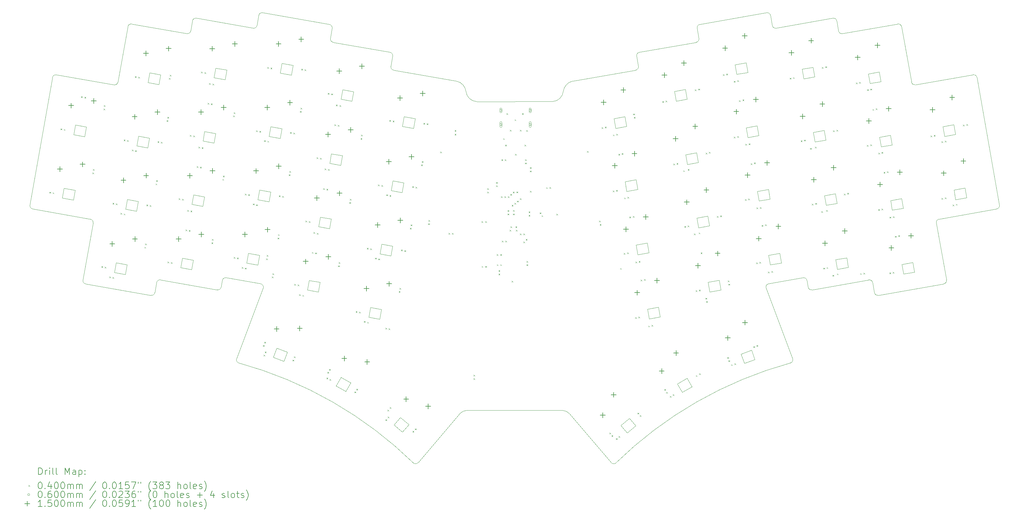
<source format=gbr>
%TF.GenerationSoftware,KiCad,Pcbnew,8.0.5*%
%TF.CreationDate,2024-10-09T17:31:26+02:00*%
%TF.ProjectId,phnx,70686e78-2e6b-4696-9361-645f70636258,A*%
%TF.SameCoordinates,Original*%
%TF.FileFunction,Drillmap*%
%TF.FilePolarity,Positive*%
%FSLAX45Y45*%
G04 Gerber Fmt 4.5, Leading zero omitted, Abs format (unit mm)*
G04 Created by KiCad (PCBNEW 8.0.5) date 2024-10-09 17:31:26*
%MOMM*%
%LPD*%
G01*
G04 APERTURE LIST*
%ADD10C,0.100000*%
%ADD11C,0.050000*%
%ADD12C,0.200000*%
%ADD13C,0.150000*%
G04 APERTURE END LIST*
D10*
X28299496Y-15293967D02*
G75*
G02*
X28380611Y-15178116I98484J17367D01*
G01*
X32188157Y-7500617D02*
X30559630Y-7787458D01*
X7348148Y-9002682D02*
X9050000Y-9300000D01*
X23733355Y-20462692D02*
X22499720Y-19016205D01*
X29394264Y-14999387D02*
X28380612Y-15178121D01*
X10424362Y-15063379D02*
X12098535Y-15358581D01*
X9459223Y-7582827D02*
G75*
G02*
X9575070Y-7501706I98477J-17353D01*
G01*
X6649503Y-12967519D02*
G75*
G02*
X6568383Y-12851672I17357J98479D01*
G01*
X26267154Y-7630454D02*
G75*
G02*
X26348270Y-7514605I98486J17364D01*
G01*
X31618644Y-15521053D02*
G75*
G02*
X31502798Y-15439937I-17364J98483D01*
G01*
X22316105Y-9493332D02*
G75*
G02*
X21998436Y-9793898I-333245J34052D01*
G01*
X35113723Y-12966424D02*
X33411337Y-13266267D01*
X33330221Y-13382112D02*
G75*
G02*
X33411337Y-13266271I98479J17362D01*
G01*
X15410950Y-7514608D02*
G75*
G02*
X15492063Y-7630453I-17370J-98482D01*
G01*
X8351889Y-13267361D02*
G75*
G02*
X8433008Y-13383207I-17359J-98479D01*
G01*
X31334858Y-15063379D02*
G75*
G02*
X31450701Y-15144495I17362J-98481D01*
G01*
X7232302Y-9083798D02*
G75*
G02*
X7348148Y-9002683I98478J-17363D01*
G01*
X13273394Y-7543870D02*
X13325489Y-7248428D01*
X32304003Y-7581733D02*
X32597380Y-9217790D01*
X24482844Y-8452789D02*
G75*
G02*
X24563959Y-8336942I98476J17369D01*
G01*
X12214381Y-15277465D02*
X12249110Y-15080503D01*
X30275845Y-7329784D02*
G75*
G02*
X30391687Y-7410900I17365J-98476D01*
G01*
X32188157Y-7500617D02*
G75*
G02*
X32304005Y-7581733I17373J-98473D01*
G01*
X8212649Y-15181339D02*
X10140576Y-15521053D01*
X8433005Y-13383207D02*
X8131533Y-15065493D01*
X22316105Y-9493332D02*
G75*
G02*
X22596917Y-9187960I355945J-45518D01*
G01*
X11315435Y-7706342D02*
X11367530Y-7410900D01*
X18025865Y-20462691D02*
X19260280Y-19015728D01*
X23856948Y-20485692D02*
G75*
G02*
X29028903Y-17518049I8306462J-8485738D01*
G01*
X26238133Y-8041741D02*
X24563960Y-8336943D01*
X28485826Y-7543870D02*
X28433731Y-7248428D01*
X30275845Y-7329784D02*
X28601671Y-7624986D01*
X32713226Y-9298906D02*
G75*
G02*
X32597383Y-9217789I-17366J98476D01*
G01*
X18025865Y-20462691D02*
G75*
G02*
X17902274Y-20485689I-73515J51481D01*
G01*
X26267154Y-7630454D02*
X26319249Y-7925896D01*
X17195260Y-8336943D02*
G75*
G02*
X17276375Y-8452789I-17360J-98477D01*
G01*
X33330221Y-13382112D02*
X33631693Y-15064398D01*
X33631693Y-15064398D02*
G75*
G02*
X33550577Y-15180245I-98473J-17372D01*
G01*
X29088670Y-17389877D02*
G75*
G02*
X29028903Y-17518050I-93970J-34203D01*
G01*
X6649503Y-12967519D02*
X8351889Y-13267361D01*
X15492066Y-7630454D02*
X15439971Y-7925896D01*
X23856948Y-20485692D02*
G75*
G02*
X23733353Y-20462693I-50078J74482D01*
G01*
X28317886Y-7167312D02*
G75*
G02*
X28433729Y-7248428I17364J-98478D01*
G01*
X10256422Y-15439937D02*
X10308516Y-15144495D01*
X13273394Y-7543870D02*
G75*
G02*
X13157547Y-7624994I-98484J17360D01*
G01*
X12730317Y-17518048D02*
G75*
G02*
X17902272Y-20485692I-3134509J-11453382D01*
G01*
X12730317Y-17518048D02*
G75*
G02*
X12670552Y-17389877I34203J93968D01*
G01*
X11315435Y-7706342D02*
G75*
G02*
X11199588Y-7787465I-98485J17362D01*
G01*
X34530923Y-9082703D02*
X35194838Y-12850579D01*
X13459724Y-15293967D02*
X12670550Y-17389877D01*
X17276376Y-8452789D02*
X17224282Y-8748231D01*
X17305398Y-8864077D02*
X19162013Y-9189570D01*
X17305398Y-8864077D02*
G75*
G02*
X17224284Y-8748232I17362J98477D01*
G01*
X19760494Y-9795507D02*
X21998436Y-9793898D01*
X28317886Y-7167312D02*
X26348270Y-7514608D01*
X30443785Y-7706342D02*
X30391690Y-7410900D01*
X34415078Y-9001587D02*
G75*
G02*
X34530926Y-9082703I17372J-98473D01*
G01*
X10308516Y-15144495D02*
G75*
G02*
X10424362Y-15063376I98484J-17365D01*
G01*
X30559630Y-7787458D02*
G75*
G02*
X30443792Y-7706341I-17360J98478D01*
G01*
X11367530Y-7410900D02*
G75*
G02*
X11483376Y-7329781I98480J-17360D01*
G01*
X10256422Y-15439937D02*
G75*
G02*
X10140576Y-15521052I-98482J17367D01*
G01*
X12214381Y-15277465D02*
G75*
G02*
X12098535Y-15358581I-98481J17365D01*
G01*
X12249110Y-15080503D02*
G75*
G02*
X12364955Y-14999390I98480J-17367D01*
G01*
X29660685Y-15358581D02*
G75*
G02*
X29544839Y-15277465I-17365J98481D01*
G01*
X28601671Y-7624986D02*
G75*
G02*
X28485834Y-7543868I-17362J98476D01*
G01*
X9459223Y-7582827D02*
X9165846Y-9218884D01*
X26319249Y-7925896D02*
G75*
G02*
X26238132Y-8041739I-98479J-17364D01*
G01*
X8212649Y-15181339D02*
G75*
G02*
X8131532Y-15065493I17361J98479D01*
G01*
X7232302Y-9083798D02*
X6568387Y-12851673D01*
X31334858Y-15063379D02*
X29660685Y-15358581D01*
X9575069Y-7501712D02*
X11199590Y-7787458D01*
X13325489Y-7248428D02*
G75*
G02*
X13441335Y-7167309I98481J-17362D01*
G01*
X15521087Y-8041741D02*
X17195260Y-8336943D01*
X13378608Y-15178121D02*
G75*
G02*
X13459719Y-15293966I-17368J-98479D01*
G01*
X22288377Y-18920238D02*
G75*
G02*
X22499721Y-19016204I-14557J-312762D01*
G01*
X19760494Y-9795507D02*
G75*
G02*
X19442826Y-9494942I15576J334617D01*
G01*
X15521087Y-8041741D02*
G75*
G02*
X15439969Y-7925895I17363J98482D01*
G01*
X33550577Y-15180244D02*
X31618644Y-15521053D01*
X35194838Y-12850579D02*
G75*
G02*
X35113722Y-12966422I-98468J-17371D01*
G01*
X9165846Y-9218884D02*
G75*
G02*
X9050001Y-9299995I-98476J17364D01*
G01*
X12364956Y-14999387D02*
X13378608Y-15178121D01*
X31502798Y-15439937D02*
X31450704Y-15144495D01*
X19471623Y-18919762D02*
X22288377Y-18920238D01*
X11483375Y-7329784D02*
X13157548Y-7624986D01*
X29394264Y-14999387D02*
G75*
G02*
X29510112Y-15080503I17366J-98483D01*
G01*
X34415078Y-9001587D02*
X32713226Y-9298906D01*
X19260280Y-19015728D02*
G75*
G02*
X19471623Y-18919762I225900J-216792D01*
G01*
X28299496Y-15293967D02*
X29088670Y-17389877D01*
X24482844Y-8452789D02*
X24534938Y-8748231D01*
X19162013Y-9189570D02*
G75*
G02*
X19442825Y-9494942I-75133J-350890D01*
G01*
X24453822Y-8864077D02*
X22596917Y-9187961D01*
X24534938Y-8748231D02*
G75*
G02*
X24453823Y-8864079I-98478J-17369D01*
G01*
X13441334Y-7167312D02*
X15410950Y-7514608D01*
X29544839Y-15277465D02*
X29510110Y-15080503D01*
D11*
X26965788Y-15360066D02*
X26640801Y-15417370D01*
X26590443Y-15131775D01*
X26915430Y-15074471D01*
X26965788Y-15360066D01*
X15132535Y-15136032D02*
X15082177Y-15421626D01*
X14757190Y-15364322D01*
X14807548Y-15078728D01*
X15132535Y-15136032D01*
X12050128Y-10733899D02*
X11999770Y-11019493D01*
X11674784Y-10962189D01*
X11725142Y-10676595D01*
X12050128Y-10733899D01*
X26111865Y-18221644D02*
X25826077Y-18386644D01*
X25681077Y-18135496D01*
X25966865Y-17970496D01*
X26111865Y-18221644D01*
X28754440Y-14562351D02*
X28429453Y-14619654D01*
X28379095Y-14334060D01*
X28704082Y-14276756D01*
X28754440Y-14562351D01*
X32023402Y-11074258D02*
X31698415Y-11131562D01*
X31648057Y-10845968D01*
X31973044Y-10788664D01*
X32023402Y-11074258D01*
X25177136Y-16157781D02*
X24852150Y-16215085D01*
X24801792Y-15929491D01*
X25126778Y-15872187D01*
X25177136Y-16157781D01*
X34224372Y-12632461D02*
X33899386Y-12689765D01*
X33849028Y-12404171D01*
X34174014Y-12346867D01*
X34224372Y-12632461D01*
X33894441Y-10761326D02*
X33569454Y-10818630D01*
X33519096Y-10533036D01*
X33844083Y-10475732D01*
X33894441Y-10761326D01*
X12380060Y-8862764D02*
X12329702Y-9148359D01*
X12004715Y-9091055D01*
X12055073Y-8805461D01*
X12380060Y-8862764D01*
X31693470Y-9203124D02*
X31368484Y-9260427D01*
X31318126Y-8974833D01*
X31643112Y-8917529D01*
X31693470Y-9203124D01*
X26631515Y-13464311D02*
X26306529Y-13521615D01*
X26256171Y-13236021D01*
X26581157Y-13178717D01*
X26631515Y-13464311D01*
X16037084Y-18107817D02*
X15892084Y-18358964D01*
X15606296Y-18193964D01*
X15751296Y-17942817D01*
X16037084Y-18107817D01*
X9766579Y-12742886D02*
X9716221Y-13028480D01*
X9391234Y-12971177D01*
X9441592Y-12685582D01*
X9766579Y-12742886D01*
X10426442Y-9000616D02*
X10376084Y-9286211D01*
X10051098Y-9228907D01*
X10101456Y-8943313D01*
X10426442Y-9000616D01*
X27761615Y-8931760D02*
X27436628Y-8989064D01*
X27386270Y-8703470D01*
X27711257Y-8646166D01*
X27761615Y-8931760D01*
X14166480Y-17194968D02*
X14067294Y-17467478D01*
X13757195Y-17354612D01*
X13856381Y-17082101D01*
X14166480Y-17194968D01*
X11720197Y-12605034D02*
X11669839Y-12890628D01*
X11344852Y-12833324D01*
X11395210Y-12547730D01*
X11720197Y-12605034D01*
X25971652Y-9722041D02*
X25646666Y-9779345D01*
X25596308Y-9493751D01*
X25921294Y-9436447D01*
X25971652Y-9722041D01*
X10096511Y-10871751D02*
X10046153Y-11157346D01*
X9721166Y-11100042D01*
X9771524Y-10814447D01*
X10096511Y-10871751D01*
X17605670Y-12195818D02*
X17555312Y-12481413D01*
X17230325Y-12424109D01*
X17280683Y-12138514D01*
X17605670Y-12195818D01*
X16126670Y-9498007D02*
X16076312Y-9783602D01*
X15751326Y-9726298D01*
X15801684Y-9440703D01*
X16126670Y-9498007D01*
X32353333Y-12945393D02*
X32028347Y-13002697D01*
X31977989Y-12717103D01*
X32302975Y-12659799D01*
X32353333Y-12945393D01*
X14003746Y-10596047D02*
X13953388Y-10881641D01*
X13628401Y-10824337D01*
X13678759Y-10538743D01*
X14003746Y-10596047D01*
X29739853Y-9065272D02*
X29414866Y-9122575D01*
X29364508Y-8836981D01*
X29689495Y-8779677D01*
X29739853Y-9065272D01*
X17753703Y-19339717D02*
X17567295Y-19561870D01*
X17314500Y-19349750D01*
X17500909Y-19127597D01*
X17753703Y-19339717D01*
X7898498Y-12413467D02*
X7848140Y-12699061D01*
X7523153Y-12641757D01*
X7573511Y-12356163D01*
X7898498Y-12413467D01*
X13673814Y-12467181D02*
X13623456Y-12752776D01*
X13298470Y-12695472D01*
X13348828Y-12409878D01*
X13673814Y-12467181D01*
X17939942Y-10300064D02*
X17889584Y-10585658D01*
X17564598Y-10528354D01*
X17614956Y-10242760D01*
X17939942Y-10300064D01*
X17275738Y-14066953D02*
X17225380Y-14352548D01*
X16900394Y-14295244D01*
X16950752Y-14009649D01*
X17275738Y-14066953D01*
X32686295Y-14833714D02*
X32361309Y-14891018D01*
X32310951Y-14605423D01*
X32635937Y-14548119D01*
X32686295Y-14833714D01*
X13343883Y-14338316D02*
X13293525Y-14623911D01*
X12968538Y-14566607D01*
X13018896Y-14281013D01*
X13343883Y-14338316D01*
X27970618Y-17414746D02*
X27660519Y-17527613D01*
X27561333Y-17255102D01*
X27871432Y-17142236D01*
X27970618Y-17414746D01*
X24512932Y-12390891D02*
X24187945Y-12448195D01*
X24137587Y-12162601D01*
X24462574Y-12105297D01*
X24512932Y-12390891D01*
X30732678Y-14695862D02*
X30407691Y-14753166D01*
X30357333Y-14467571D01*
X30682320Y-14410267D01*
X30732678Y-14695862D01*
X24455069Y-19374745D02*
X24202275Y-19586865D01*
X24015866Y-19364712D01*
X24268661Y-19152592D01*
X24455069Y-19374745D01*
X9436648Y-14614020D02*
X9386290Y-14899615D01*
X9061303Y-14842311D01*
X9111661Y-14556717D01*
X9436648Y-14614020D01*
X24842863Y-14262026D02*
X24517877Y-14319330D01*
X24467519Y-14033736D01*
X24792505Y-13976432D01*
X24842863Y-14262026D01*
X15792398Y-11393762D02*
X15742040Y-11679357D01*
X15417053Y-11622053D01*
X15467411Y-11336458D01*
X15792398Y-11393762D01*
X16945807Y-15938088D02*
X16895449Y-16223683D01*
X16570462Y-16166379D01*
X16620820Y-15880784D01*
X16945807Y-15938088D01*
X30068473Y-10928972D02*
X29743487Y-10986276D01*
X29693129Y-10700682D01*
X30018115Y-10643378D01*
X30068473Y-10928972D01*
X11390265Y-14476169D02*
X11339907Y-14761763D01*
X11014921Y-14704459D01*
X11065279Y-14418865D01*
X11390265Y-14476169D01*
X8235816Y-10543634D02*
X8185458Y-10829229D01*
X7860471Y-10771925D01*
X7910829Y-10486331D01*
X8235816Y-10543634D01*
X28090236Y-10795461D02*
X27765249Y-10852765D01*
X27714891Y-10567171D01*
X28039878Y-10509867D01*
X28090236Y-10795461D01*
X14333677Y-8724912D02*
X14283319Y-9010507D01*
X13958333Y-8953203D01*
X14008691Y-8667608D01*
X14333677Y-8724912D01*
X15462466Y-13264897D02*
X15412108Y-13550491D01*
X15087122Y-13493187D01*
X15137480Y-13207593D01*
X15462466Y-13264897D01*
X26301584Y-11593176D02*
X25976597Y-11650480D01*
X25926239Y-11364886D01*
X26251226Y-11307582D01*
X26301584Y-11593176D01*
X24184311Y-10527191D02*
X23859325Y-10584495D01*
X23808967Y-10298901D01*
X24133953Y-10241597D01*
X24184311Y-10527191D01*
X30398405Y-12800107D02*
X30073418Y-12857410D01*
X30023060Y-12571816D01*
X30348047Y-12514512D01*
X30398405Y-12800107D01*
X28421478Y-12674030D02*
X28096492Y-12731334D01*
X28046134Y-12445740D01*
X28371120Y-12388436D01*
X28421478Y-12674030D01*
D12*
D10*
X7140499Y-12461346D02*
X7180499Y-12501346D01*
X7180499Y-12461346D02*
X7140499Y-12501346D01*
X7238980Y-12478711D02*
X7278980Y-12518711D01*
X7278980Y-12478711D02*
X7238980Y-12518711D01*
X7470430Y-10590211D02*
X7510430Y-10630211D01*
X7510430Y-10590211D02*
X7470430Y-10630211D01*
X7568911Y-10607576D02*
X7608911Y-10647576D01*
X7608911Y-10607576D02*
X7568911Y-10647576D01*
X8078253Y-9635589D02*
X8118253Y-9675589D01*
X8118253Y-9635589D02*
X8078253Y-9675589D01*
X8180000Y-9655000D02*
X8220000Y-9695000D01*
X8220000Y-9655000D02*
X8180000Y-9695000D01*
X8409342Y-11887967D02*
X8449342Y-11927967D01*
X8449342Y-11887967D02*
X8409342Y-11927967D01*
X8426893Y-11789519D02*
X8466893Y-11829519D01*
X8466893Y-11789519D02*
X8426893Y-11829519D01*
X8678649Y-14661900D02*
X8718649Y-14701900D01*
X8718649Y-14661900D02*
X8678649Y-14701900D01*
X8741878Y-10002061D02*
X8781878Y-10042061D01*
X8781878Y-10002061D02*
X8741878Y-10042061D01*
X8753530Y-9902741D02*
X8793530Y-9942741D01*
X8793530Y-9902741D02*
X8753530Y-9942741D01*
X8777129Y-14679265D02*
X8817129Y-14719265D01*
X8817129Y-14679265D02*
X8777129Y-14719265D01*
X8908678Y-14962207D02*
X8948678Y-15002207D01*
X8948678Y-14962207D02*
X8908678Y-15002207D01*
X9006853Y-14981222D02*
X9046853Y-15021222D01*
X9046853Y-14981222D02*
X9006853Y-15021222D01*
X9008580Y-12790765D02*
X9048580Y-12830765D01*
X9048580Y-12790765D02*
X9008580Y-12830765D01*
X9107061Y-12808130D02*
X9147061Y-12848130D01*
X9147061Y-12808130D02*
X9107061Y-12848130D01*
X9240138Y-13084409D02*
X9280138Y-13124409D01*
X9280138Y-13084409D02*
X9240138Y-13124409D01*
X9337933Y-13105293D02*
X9377933Y-13145293D01*
X9377933Y-13105293D02*
X9337933Y-13145293D01*
X9338512Y-10919630D02*
X9378512Y-10959630D01*
X9378512Y-10919630D02*
X9338512Y-10959630D01*
X9436993Y-10936995D02*
X9476993Y-10976995D01*
X9476993Y-10936995D02*
X9436993Y-10976995D01*
X9577456Y-11214576D02*
X9617456Y-11254576D01*
X9617456Y-11214576D02*
X9577456Y-11254576D01*
X9668443Y-9048495D02*
X9708443Y-9088495D01*
X9708443Y-9048495D02*
X9668443Y-9088495D01*
X9675438Y-11234563D02*
X9715438Y-11274563D01*
X9715438Y-11234563D02*
X9675438Y-11274563D01*
X9766924Y-9065860D02*
X9806924Y-9105860D01*
X9806924Y-9065860D02*
X9766924Y-9105860D01*
X9947709Y-14087290D02*
X9987709Y-14127290D01*
X9987709Y-14087290D02*
X9947709Y-14127290D01*
X9967730Y-13989315D02*
X10007730Y-14029315D01*
X10007730Y-13989315D02*
X9967730Y-14029315D01*
X10007708Y-12840010D02*
X10047708Y-12880010D01*
X10047708Y-12840010D02*
X10007708Y-12880010D01*
X10105959Y-12858630D02*
X10145959Y-12898630D01*
X10145959Y-12858630D02*
X10105959Y-12898630D01*
X10277640Y-12216155D02*
X10317640Y-12256155D01*
X10317640Y-12216155D02*
X10277640Y-12256155D01*
X10295862Y-12117829D02*
X10335862Y-12157829D01*
X10335862Y-12117829D02*
X10295862Y-12157829D01*
X10337639Y-10968875D02*
X10377639Y-11008875D01*
X10377639Y-10968875D02*
X10337639Y-11008875D01*
X10436047Y-10986650D02*
X10476047Y-11026650D01*
X10476047Y-10986650D02*
X10436047Y-11026650D01*
X10607571Y-10345021D02*
X10647571Y-10385021D01*
X10647571Y-10345021D02*
X10607571Y-10385021D01*
X10626086Y-10246749D02*
X10666086Y-10286749D01*
X10666086Y-10246749D02*
X10626086Y-10286749D01*
X10632266Y-14524048D02*
X10672266Y-14564048D01*
X10672266Y-14524048D02*
X10632266Y-14564048D01*
X10674957Y-9099043D02*
X10714957Y-9139043D01*
X10714957Y-9099043D02*
X10674957Y-9139043D01*
X10697669Y-9001656D02*
X10737669Y-9041656D01*
X10737669Y-9001656D02*
X10697669Y-9041656D01*
X10730747Y-14541413D02*
X10770747Y-14581413D01*
X10770747Y-14541413D02*
X10730747Y-14581413D01*
X10962198Y-12652913D02*
X11002198Y-12692913D01*
X11002198Y-12652913D02*
X10962198Y-12692913D01*
X11060679Y-12670278D02*
X11100679Y-12710278D01*
X11100679Y-12670278D02*
X11060679Y-12710278D01*
X11162324Y-13576699D02*
X11202324Y-13616699D01*
X11202324Y-13576699D02*
X11162324Y-13616699D01*
X11212932Y-13001752D02*
X11252932Y-13041752D01*
X11252932Y-13001752D02*
X11212932Y-13041752D01*
X11260805Y-13594064D02*
X11300805Y-13634064D01*
X11300805Y-13594064D02*
X11260805Y-13634064D01*
X11292129Y-10781778D02*
X11332129Y-10821778D01*
X11332129Y-10781778D02*
X11292129Y-10821778D01*
X11311413Y-13019117D02*
X11351413Y-13059117D01*
X11351413Y-13019117D02*
X11311413Y-13059117D01*
X11390610Y-10799143D02*
X11430610Y-10839143D01*
X11430610Y-10799143D02*
X11390610Y-10839143D01*
X11492255Y-11705564D02*
X11532255Y-11745564D01*
X11532255Y-11705564D02*
X11492255Y-11745564D01*
X11542863Y-11130617D02*
X11582863Y-11170617D01*
X11582863Y-11130617D02*
X11542863Y-11170617D01*
X11590737Y-11722929D02*
X11630737Y-11762929D01*
X11630737Y-11722929D02*
X11590737Y-11762929D01*
X11622061Y-8910644D02*
X11662061Y-8950644D01*
X11662061Y-8910644D02*
X11622061Y-8950644D01*
X11641344Y-11147982D02*
X11681344Y-11187982D01*
X11681344Y-11147982D02*
X11641344Y-11187982D01*
X11720541Y-8928009D02*
X11760541Y-8968009D01*
X11760541Y-8928009D02*
X11720541Y-8968009D01*
X11814801Y-9833127D02*
X11854801Y-9873127D01*
X11854801Y-9833127D02*
X11814801Y-9873127D01*
X11859759Y-9247030D02*
X11899759Y-9287030D01*
X11899759Y-9247030D02*
X11859759Y-9287030D01*
X11913282Y-9850492D02*
X11953282Y-9890492D01*
X11953282Y-9850492D02*
X11913282Y-9890492D01*
X11930870Y-13954647D02*
X11970870Y-13994647D01*
X11970870Y-13954647D02*
X11930870Y-13994647D01*
X11944610Y-13854584D02*
X11984610Y-13894584D01*
X11984610Y-13854584D02*
X11944610Y-13894584D01*
X11958090Y-9265228D02*
X11998090Y-9305228D01*
X11998090Y-9265228D02*
X11958090Y-9305228D01*
X12250954Y-12081776D02*
X12290954Y-12121776D01*
X12290954Y-12081776D02*
X12250954Y-12121776D01*
X12268374Y-11983305D02*
X12308374Y-12023305D01*
X12308374Y-11983305D02*
X12268374Y-12023305D01*
X12571037Y-10208905D02*
X12611037Y-10248905D01*
X12611037Y-10208905D02*
X12571037Y-10248905D01*
X12585280Y-10109924D02*
X12625280Y-10149924D01*
X12625280Y-10109924D02*
X12585280Y-10149924D01*
X12585884Y-14386195D02*
X12625884Y-14426195D01*
X12625884Y-14386195D02*
X12585884Y-14426195D01*
X12684365Y-14403560D02*
X12724365Y-14443560D01*
X12724365Y-14403560D02*
X12684365Y-14443560D01*
X12820830Y-14687586D02*
X12860830Y-14727586D01*
X12860830Y-14687586D02*
X12820830Y-14727586D01*
X12915815Y-12515061D02*
X12955815Y-12555061D01*
X12955815Y-12515061D02*
X12915815Y-12555061D01*
X12919136Y-14705917D02*
X12959136Y-14745917D01*
X12959136Y-14705917D02*
X12919136Y-14745917D01*
X13014296Y-12532425D02*
X13054296Y-12572425D01*
X13054296Y-12532425D02*
X13014296Y-12572425D01*
X13152297Y-12809572D02*
X13192297Y-12849572D01*
X13192297Y-12809572D02*
X13152297Y-12849572D01*
X13245747Y-10643926D02*
X13285747Y-10683926D01*
X13285747Y-10643926D02*
X13245747Y-10683926D01*
X13248817Y-12835724D02*
X13288817Y-12875724D01*
X13288817Y-12835724D02*
X13248817Y-12875724D01*
X13344228Y-10661291D02*
X13384228Y-10701291D01*
X13384228Y-10661291D02*
X13344228Y-10701291D01*
X13447949Y-16992226D02*
X13487949Y-17032226D01*
X13487949Y-16992226D02*
X13447949Y-17032226D01*
X13468506Y-17276566D02*
X13508506Y-17316566D01*
X13508506Y-17276566D02*
X13468506Y-17316566D01*
X13482228Y-10938438D02*
X13522228Y-10978438D01*
X13522228Y-10938438D02*
X13482228Y-10978438D01*
X13488334Y-16894939D02*
X13528334Y-16934939D01*
X13528334Y-16894939D02*
X13488334Y-16934939D01*
X13505000Y-17180000D02*
X13545000Y-17220000D01*
X13545000Y-17180000D02*
X13505000Y-17220000D01*
X13543157Y-14428060D02*
X13583157Y-14468060D01*
X13583157Y-14428060D02*
X13543157Y-14468060D01*
X13562225Y-14329895D02*
X13602225Y-14369895D01*
X13602225Y-14329895D02*
X13562225Y-14369895D01*
X13575679Y-8772792D02*
X13615679Y-8812792D01*
X13615679Y-8772792D02*
X13575679Y-8812792D01*
X13580735Y-10955654D02*
X13620735Y-10995654D01*
X13620735Y-10955654D02*
X13580735Y-10995654D01*
X13674159Y-8790156D02*
X13714159Y-8830156D01*
X13714159Y-8790156D02*
X13674159Y-8830156D01*
X13713724Y-14966881D02*
X13753724Y-15006881D01*
X13753724Y-14966881D02*
X13713724Y-15006881D01*
X13731089Y-14868400D02*
X13771089Y-14908400D01*
X13771089Y-14868400D02*
X13731089Y-14908400D01*
X13879564Y-13815927D02*
X13919564Y-13855927D01*
X13919564Y-13815927D02*
X13879564Y-13855927D01*
X13894610Y-13714584D02*
X13934610Y-13754584D01*
X13934610Y-13714584D02*
X13894610Y-13754584D01*
X13919867Y-12565174D02*
X13959867Y-12605174D01*
X13959867Y-12565174D02*
X13919867Y-12605174D01*
X14018422Y-12582115D02*
X14058422Y-12622115D01*
X14058422Y-12582115D02*
X14018422Y-12622115D01*
X14209495Y-11944792D02*
X14249495Y-11984792D01*
X14249495Y-11944792D02*
X14209495Y-11984792D01*
X14228014Y-11846521D02*
X14268014Y-11886521D01*
X14268014Y-11846521D02*
X14228014Y-11886521D01*
X14249799Y-10694039D02*
X14289799Y-10734039D01*
X14289799Y-10694039D02*
X14249799Y-10734039D01*
X14324610Y-17424584D02*
X14364610Y-17464584D01*
X14364610Y-17424584D02*
X14324610Y-17464584D01*
X14347531Y-10715217D02*
X14387531Y-10755217D01*
X14387531Y-10715217D02*
X14347531Y-10755217D01*
X14364010Y-17325637D02*
X14404010Y-17365637D01*
X14404010Y-17325637D02*
X14364010Y-17365637D01*
X14374535Y-15183911D02*
X14414535Y-15223911D01*
X14414535Y-15183911D02*
X14374535Y-15223911D01*
X14473017Y-15201276D02*
X14513017Y-15241276D01*
X14513017Y-15201276D02*
X14473017Y-15241276D01*
X14515052Y-15490409D02*
X14555052Y-15530409D01*
X14555052Y-15490409D02*
X14515052Y-15530409D01*
X14539427Y-10073658D02*
X14579427Y-10113658D01*
X14579427Y-10073658D02*
X14539427Y-10113658D01*
X14556230Y-9975079D02*
X14596230Y-10015079D01*
X14596230Y-9975079D02*
X14556230Y-10015079D01*
X14579730Y-8822904D02*
X14619730Y-8862904D01*
X14619730Y-8822904D02*
X14579730Y-8862904D01*
X14612849Y-15511284D02*
X14652849Y-15551284D01*
X14652849Y-15511284D02*
X14612849Y-15551284D01*
X14677218Y-8845180D02*
X14717218Y-8885180D01*
X14717218Y-8845180D02*
X14677218Y-8885180D01*
X14704467Y-13312776D02*
X14744467Y-13352776D01*
X14744467Y-13312776D02*
X14704467Y-13352776D01*
X14802948Y-13330141D02*
X14842948Y-13370141D01*
X14842948Y-13330141D02*
X14802948Y-13370141D01*
X14893877Y-14239749D02*
X14933877Y-14279749D01*
X14933877Y-14239749D02*
X14893877Y-14279749D01*
X14938835Y-13653652D02*
X14978835Y-13693652D01*
X14978835Y-13653652D02*
X14938835Y-13693652D01*
X14992358Y-14257114D02*
X15032358Y-14297114D01*
X15032358Y-14257114D02*
X14992358Y-14297114D01*
X15034398Y-11441641D02*
X15074398Y-11481641D01*
X15074398Y-11441641D02*
X15034398Y-11481641D01*
X15040000Y-13680000D02*
X15080000Y-13720000D01*
X15080000Y-13680000D02*
X15040000Y-13720000D01*
X15132880Y-11459006D02*
X15172880Y-11499006D01*
X15172880Y-11459006D02*
X15132880Y-11499006D01*
X15225545Y-12358767D02*
X15265545Y-12398767D01*
X15265545Y-12358767D02*
X15225545Y-12398767D01*
X15270503Y-11772670D02*
X15310503Y-11812670D01*
X15310503Y-11772670D02*
X15270503Y-11812670D01*
X15324026Y-12376132D02*
X15364026Y-12416132D01*
X15364026Y-12376132D02*
X15324026Y-12416132D01*
X15325252Y-17950424D02*
X15365252Y-17990424D01*
X15365252Y-17950424D02*
X15325252Y-17990424D01*
X15349437Y-17783714D02*
X15389437Y-17823714D01*
X15389437Y-17783714D02*
X15349437Y-17823714D01*
X15363857Y-9541834D02*
X15403857Y-9581834D01*
X15403857Y-9541834D02*
X15363857Y-9581834D01*
X15370000Y-11790000D02*
X15410000Y-11830000D01*
X15410000Y-11790000D02*
X15370000Y-11830000D01*
X15400275Y-17697600D02*
X15440275Y-17737600D01*
X15440275Y-17697600D02*
X15400275Y-17737600D01*
X15413188Y-17998040D02*
X15453188Y-18038040D01*
X15453188Y-17998040D02*
X15413188Y-18038040D01*
X15467461Y-9558468D02*
X15507461Y-9598468D01*
X15507461Y-9558468D02*
X15467461Y-9598468D01*
X15558950Y-10467936D02*
X15598950Y-10507936D01*
X15598950Y-10467936D02*
X15558950Y-10507936D01*
X15603908Y-9881839D02*
X15643908Y-9921839D01*
X15643908Y-9881839D02*
X15603908Y-9921839D01*
X15657431Y-10485301D02*
X15697431Y-10525301D01*
X15697431Y-10485301D02*
X15657431Y-10525301D01*
X15668798Y-14639131D02*
X15708798Y-14679131D01*
X15708798Y-14639131D02*
X15668798Y-14679131D01*
X15685293Y-14540500D02*
X15725293Y-14580500D01*
X15725293Y-14540500D02*
X15685293Y-14580500D01*
X15710000Y-9900000D02*
X15750000Y-9940000D01*
X15750000Y-9900000D02*
X15710000Y-9940000D01*
X15998730Y-12767996D02*
X16038730Y-12807996D01*
X16038730Y-12767996D02*
X15998730Y-12807996D01*
X16017432Y-12669760D02*
X16057432Y-12709760D01*
X16057432Y-12669760D02*
X16017432Y-12709760D01*
X16151513Y-18363719D02*
X16191513Y-18403719D01*
X16191513Y-18363719D02*
X16151513Y-18403719D01*
X16187807Y-15985967D02*
X16227807Y-16025967D01*
X16227807Y-15985967D02*
X16187807Y-16025967D01*
X16206267Y-18280041D02*
X16246267Y-18320041D01*
X16246267Y-18280041D02*
X16206267Y-18320041D01*
X16286288Y-16003332D02*
X16326288Y-16043332D01*
X16326288Y-16003332D02*
X16286288Y-16043332D01*
X16333003Y-10872241D02*
X16373003Y-10912241D01*
X16373003Y-10872241D02*
X16333003Y-10912241D01*
X16346130Y-10773106D02*
X16386130Y-10813106D01*
X16386130Y-10773106D02*
X16346130Y-10813106D01*
X16429214Y-16281347D02*
X16469214Y-16321347D01*
X16469214Y-16281347D02*
X16429214Y-16321347D01*
X16517739Y-14114833D02*
X16557739Y-14154833D01*
X16557739Y-14114833D02*
X16517739Y-14154833D01*
X16526373Y-16305013D02*
X16566373Y-16345013D01*
X16566373Y-16305013D02*
X16526373Y-16345013D01*
X16616220Y-14132197D02*
X16656220Y-14172197D01*
X16656220Y-14132197D02*
X16616220Y-14172197D01*
X16759145Y-14410212D02*
X16799145Y-14450212D01*
X16799145Y-14410212D02*
X16759145Y-14450212D01*
X16847670Y-12243698D02*
X16887670Y-12283698D01*
X16887670Y-12243698D02*
X16847670Y-12283698D01*
X16856038Y-14434948D02*
X16896038Y-14474948D01*
X16896038Y-14434948D02*
X16856038Y-14474948D01*
X16946152Y-12261062D02*
X16986152Y-12301062D01*
X16986152Y-12261062D02*
X16946152Y-12301062D01*
X17061783Y-16480343D02*
X17101783Y-16520343D01*
X17101783Y-16480343D02*
X17061783Y-16520343D01*
X17067401Y-19183975D02*
X17107401Y-19223975D01*
X17107401Y-19183975D02*
X17067401Y-19223975D01*
X17089077Y-12539078D02*
X17129077Y-12579078D01*
X17129077Y-12539078D02*
X17089077Y-12579078D01*
X17122782Y-18898589D02*
X17162782Y-18938589D01*
X17162782Y-18898589D02*
X17122782Y-18938589D01*
X17135556Y-19105000D02*
X17175556Y-19145000D01*
X17175556Y-19105000D02*
X17135556Y-19145000D01*
X17160101Y-16498609D02*
X17200101Y-16538609D01*
X17200101Y-16498609D02*
X17160101Y-16538609D01*
X17177971Y-10342657D02*
X17217971Y-10382657D01*
X17217971Y-10342657D02*
X17177971Y-10382657D01*
X17187034Y-12559187D02*
X17227034Y-12599187D01*
X17227034Y-12559187D02*
X17187034Y-12599187D01*
X17191081Y-18825547D02*
X17231081Y-18865547D01*
X17231081Y-18825547D02*
X17191081Y-18865547D01*
X17280747Y-10359645D02*
X17320747Y-10399645D01*
X17320747Y-10359645D02*
X17280747Y-10399645D01*
X17459255Y-15397816D02*
X17499255Y-15437816D01*
X17499255Y-15397816D02*
X17459255Y-15437816D01*
X17479776Y-15299944D02*
X17519776Y-15339944D01*
X17519776Y-15299944D02*
X17479776Y-15339944D01*
X17526715Y-14165814D02*
X17566715Y-14205814D01*
X17566715Y-14165814D02*
X17526715Y-14205814D01*
X17623933Y-14189240D02*
X17663933Y-14229240D01*
X17663933Y-14189240D02*
X17623933Y-14229240D01*
X17789187Y-13526681D02*
X17829187Y-13566681D01*
X17829187Y-13526681D02*
X17789187Y-13566681D01*
X17807650Y-13428400D02*
X17847650Y-13468400D01*
X17847650Y-13428400D02*
X17807650Y-13468400D01*
X17856647Y-12294679D02*
X17896647Y-12334679D01*
X17896647Y-12294679D02*
X17856647Y-12334679D01*
X17864933Y-19530000D02*
X17904933Y-19570000D01*
X17904933Y-19530000D02*
X17864933Y-19570000D01*
X17934351Y-19455030D02*
X17974351Y-19495030D01*
X17974351Y-19455030D02*
X17934351Y-19495030D01*
X17955218Y-12311523D02*
X17995218Y-12351523D01*
X17995218Y-12311523D02*
X17955218Y-12351523D01*
X18119118Y-11655547D02*
X18159118Y-11695547D01*
X18159118Y-11655547D02*
X18119118Y-11695547D01*
X18137912Y-11557328D02*
X18177912Y-11597328D01*
X18177912Y-11557328D02*
X18137912Y-11597328D01*
X18186578Y-10423544D02*
X18226578Y-10463544D01*
X18226578Y-10423544D02*
X18186578Y-10463544D01*
X18285287Y-10439562D02*
X18325287Y-10479562D01*
X18325287Y-10439562D02*
X18285287Y-10479562D01*
X18324610Y-13394584D02*
X18364610Y-13434584D01*
X18364610Y-13394584D02*
X18324610Y-13434584D01*
X18334610Y-13294584D02*
X18374610Y-13334584D01*
X18374610Y-13294584D02*
X18334610Y-13334584D01*
X18684610Y-11274584D02*
X18724610Y-11314584D01*
X18724610Y-11274584D02*
X18684610Y-11314584D01*
X18930000Y-13680000D02*
X18970000Y-13720000D01*
X18970000Y-13680000D02*
X18930000Y-13720000D01*
X19030000Y-13680000D02*
X19070000Y-13720000D01*
X19070000Y-13680000D02*
X19030000Y-13720000D01*
X19110000Y-10640000D02*
X19150000Y-10680000D01*
X19150000Y-10640000D02*
X19110000Y-10680000D01*
X19110000Y-10750000D02*
X19150000Y-10790000D01*
X19150000Y-10750000D02*
X19110000Y-10790000D01*
X19664610Y-17871266D02*
X19704610Y-17911266D01*
X19704610Y-17871266D02*
X19664610Y-17911266D01*
X19664610Y-17971267D02*
X19704610Y-18011267D01*
X19704610Y-17971267D02*
X19664610Y-18011267D01*
X19900000Y-13329584D02*
X19940000Y-13369584D01*
X19940000Y-13329584D02*
X19900000Y-13369584D01*
X19905000Y-14655000D02*
X19945000Y-14695000D01*
X19945000Y-14655000D02*
X19905000Y-14695000D01*
X20009610Y-14655000D02*
X20049610Y-14695000D01*
X20049610Y-14655000D02*
X20009610Y-14695000D01*
X20010000Y-13329584D02*
X20050000Y-13369584D01*
X20050000Y-13329584D02*
X20010000Y-13369584D01*
X20070557Y-12357317D02*
X20110557Y-12397317D01*
X20110557Y-12357317D02*
X20070557Y-12397317D01*
X20070779Y-12457317D02*
X20110779Y-12497317D01*
X20110779Y-12457317D02*
X20070779Y-12497317D01*
X20334610Y-12174583D02*
X20374610Y-12214583D01*
X20374610Y-12174583D02*
X20334610Y-12214583D01*
X20334610Y-12274584D02*
X20374610Y-12314584D01*
X20374610Y-12274584D02*
X20334610Y-12314584D01*
X20349610Y-14305664D02*
X20389610Y-14345664D01*
X20389610Y-14305664D02*
X20349610Y-14345664D01*
X20355000Y-14605000D02*
X20395000Y-14645000D01*
X20395000Y-14605000D02*
X20355000Y-14645000D01*
X20405000Y-14780000D02*
X20445000Y-14820000D01*
X20445000Y-14780000D02*
X20405000Y-14820000D01*
X20405000Y-14882530D02*
X20445000Y-14922530D01*
X20445000Y-14882530D02*
X20405000Y-14922530D01*
X20455000Y-14305000D02*
X20495000Y-14345000D01*
X20495000Y-14305000D02*
X20455000Y-14345000D01*
X20455000Y-14605000D02*
X20495000Y-14645000D01*
X20495000Y-14605000D02*
X20455000Y-14645000D01*
X20479610Y-12595664D02*
X20519610Y-12635664D01*
X20519610Y-12595664D02*
X20479610Y-12635664D01*
X20489617Y-11498268D02*
X20529617Y-11538268D01*
X20529617Y-11498268D02*
X20489617Y-11538268D01*
X20505000Y-13905000D02*
X20545000Y-13945000D01*
X20545000Y-13905000D02*
X20505000Y-13945000D01*
X20540000Y-10880000D02*
X20580000Y-10920000D01*
X20580000Y-10880000D02*
X20540000Y-10920000D01*
X20579610Y-12595664D02*
X20619610Y-12635664D01*
X20619610Y-12595664D02*
X20579610Y-12635664D01*
X20589610Y-11499486D02*
X20629610Y-11539486D01*
X20629610Y-11499486D02*
X20589610Y-11539486D01*
X20600000Y-11070000D02*
X20640000Y-11110000D01*
X20640000Y-11070000D02*
X20600000Y-11110000D01*
X20605000Y-13905000D02*
X20645000Y-13945000D01*
X20645000Y-13905000D02*
X20605000Y-13945000D01*
X20640000Y-10140000D02*
X20680000Y-10180000D01*
X20680000Y-10140000D02*
X20640000Y-10180000D01*
X20674610Y-13004583D02*
X20714610Y-13044583D01*
X20714610Y-13004583D02*
X20674610Y-13044583D01*
X20674610Y-13104584D02*
X20714610Y-13144584D01*
X20714610Y-13104584D02*
X20674610Y-13144584D01*
X20679610Y-12595664D02*
X20719610Y-12635664D01*
X20719610Y-12595664D02*
X20679610Y-12635664D01*
X20730356Y-13581598D02*
X20770356Y-13621598D01*
X20770356Y-13581598D02*
X20730356Y-13621598D01*
X20740000Y-10630000D02*
X20780000Y-10670000D01*
X20780000Y-10630000D02*
X20740000Y-10670000D01*
X20752110Y-12524953D02*
X20792110Y-12564953D01*
X20792110Y-12524953D02*
X20752110Y-12564953D01*
X20754610Y-13484584D02*
X20794610Y-13524584D01*
X20794610Y-13484584D02*
X20754610Y-13524584D01*
X20791585Y-15093195D02*
X20831585Y-15133195D01*
X20831585Y-15093195D02*
X20791585Y-15133195D01*
X20794709Y-12847726D02*
X20834709Y-12887726D01*
X20834709Y-12847726D02*
X20794709Y-12887726D01*
X20828034Y-12459872D02*
X20868034Y-12499872D01*
X20868034Y-12459872D02*
X20828034Y-12499872D01*
X20831577Y-13001550D02*
X20871577Y-13041550D01*
X20871577Y-13001550D02*
X20831577Y-13041550D01*
X20834610Y-13104584D02*
X20874610Y-13144584D01*
X20874610Y-13104584D02*
X20834610Y-13144584D01*
X20876091Y-12789615D02*
X20916091Y-12829615D01*
X20916091Y-12789615D02*
X20876091Y-12829615D01*
X20880000Y-10320000D02*
X20920000Y-10360000D01*
X20920000Y-10320000D02*
X20880000Y-10360000D01*
X20890000Y-11340000D02*
X20930000Y-11380000D01*
X20930000Y-11340000D02*
X20890000Y-11380000D01*
X20904610Y-13479584D02*
X20944610Y-13519584D01*
X20944610Y-13479584D02*
X20904610Y-13519584D01*
X20914610Y-13584584D02*
X20954610Y-13624584D01*
X20954610Y-13584584D02*
X20914610Y-13624584D01*
X20934610Y-12454584D02*
X20974610Y-12494584D01*
X20974610Y-12454584D02*
X20934610Y-12494584D01*
X20951541Y-12723985D02*
X20991541Y-12763985D01*
X20991541Y-12723985D02*
X20951541Y-12763985D01*
X21032855Y-10626661D02*
X21072855Y-10666661D01*
X21072855Y-10626661D02*
X21032855Y-10666661D01*
X21034610Y-12654584D02*
X21074610Y-12694584D01*
X21074610Y-12654584D02*
X21034610Y-12694584D01*
X21034677Y-13697017D02*
X21074677Y-13737017D01*
X21074677Y-13697017D02*
X21034677Y-13737017D01*
X21100000Y-10140000D02*
X21140000Y-10180000D01*
X21140000Y-10140000D02*
X21100000Y-10180000D01*
X21137110Y-13694584D02*
X21177110Y-13734584D01*
X21177110Y-13694584D02*
X21137110Y-13734584D01*
X21139590Y-13932303D02*
X21179590Y-13972303D01*
X21179590Y-13932303D02*
X21139590Y-13972303D01*
X21170000Y-11070000D02*
X21210000Y-11110000D01*
X21210000Y-11070000D02*
X21170000Y-11110000D01*
X21189606Y-11599486D02*
X21229606Y-11639486D01*
X21229606Y-11599486D02*
X21189606Y-11639486D01*
X21189610Y-11499486D02*
X21229610Y-11539486D01*
X21229610Y-11499486D02*
X21189610Y-11539486D01*
X21209610Y-13855000D02*
X21249610Y-13895000D01*
X21249610Y-13855000D02*
X21209610Y-13895000D01*
X21220000Y-10640000D02*
X21260000Y-10680000D01*
X21260000Y-10640000D02*
X21220000Y-10680000D01*
X21230000Y-14505000D02*
X21270000Y-14545000D01*
X21270000Y-14505000D02*
X21230000Y-14545000D01*
X21230000Y-14605000D02*
X21270000Y-14645000D01*
X21270000Y-14605000D02*
X21230000Y-14645000D01*
X21294610Y-13044584D02*
X21334610Y-13084584D01*
X21334610Y-13044584D02*
X21294610Y-13084584D01*
X21294610Y-13144584D02*
X21334610Y-13184584D01*
X21334610Y-13144584D02*
X21294610Y-13184584D01*
X21329610Y-11835664D02*
X21369610Y-11875664D01*
X21369610Y-11835664D02*
X21329610Y-11875664D01*
X21334610Y-11734584D02*
X21374610Y-11774584D01*
X21374610Y-11734584D02*
X21334610Y-11774584D01*
X21334610Y-12434584D02*
X21374610Y-12474584D01*
X21374610Y-12434584D02*
X21334610Y-12474584D01*
X21619825Y-13072007D02*
X21659825Y-13112007D01*
X21659825Y-13072007D02*
X21619825Y-13112007D01*
X21674610Y-13155664D02*
X21714610Y-13195664D01*
X21714610Y-13155664D02*
X21674610Y-13195664D01*
X21809610Y-12325664D02*
X21849610Y-12365664D01*
X21849610Y-12325664D02*
X21809610Y-12365664D01*
X21909603Y-12324469D02*
X21949603Y-12364469D01*
X21949603Y-12324469D02*
X21909603Y-12364469D01*
X22110000Y-13110000D02*
X22150000Y-13150000D01*
X22150000Y-13110000D02*
X22110000Y-13150000D01*
X23014610Y-11254584D02*
X23054610Y-11294584D01*
X23054610Y-11254584D02*
X23014610Y-11294584D01*
X23374610Y-13314584D02*
X23414610Y-13354584D01*
X23414610Y-13314584D02*
X23374610Y-13354584D01*
X23394610Y-13414584D02*
X23434610Y-13454584D01*
X23434610Y-13414584D02*
X23394610Y-13454584D01*
X23446707Y-10554979D02*
X23486707Y-10594979D01*
X23486707Y-10554979D02*
X23446707Y-10594979D01*
X23545188Y-10537614D02*
X23585188Y-10577614D01*
X23585188Y-10537614D02*
X23545188Y-10577614D01*
X23675477Y-19577874D02*
X23715477Y-19617874D01*
X23715477Y-19577874D02*
X23675477Y-19617874D01*
X23741035Y-19653387D02*
X23781035Y-19693387D01*
X23781035Y-19653387D02*
X23741035Y-19693387D01*
X23776639Y-12426113D02*
X23816639Y-12466113D01*
X23816639Y-12426113D02*
X23776639Y-12466113D01*
X23784111Y-10769650D02*
X23824111Y-10809650D01*
X23824111Y-10769650D02*
X23784111Y-10809650D01*
X23873745Y-19744262D02*
X23913745Y-19784262D01*
X23913745Y-19744262D02*
X23873745Y-19784262D01*
X23875120Y-12408749D02*
X23915120Y-12448749D01*
X23915120Y-12408749D02*
X23875120Y-12448749D01*
X23882107Y-10749729D02*
X23922107Y-10789729D01*
X23922107Y-10749729D02*
X23882107Y-10789729D01*
X23942981Y-11339174D02*
X23982981Y-11379174D01*
X23982981Y-11339174D02*
X23942981Y-11379174D01*
X23948416Y-19677746D02*
X23988416Y-19717746D01*
X23988416Y-19677746D02*
X23948416Y-19717746D01*
X23994610Y-14714584D02*
X24034610Y-14754584D01*
X24034610Y-14714584D02*
X23994610Y-14754584D01*
X24040802Y-11318414D02*
X24080802Y-11358414D01*
X24080802Y-11318414D02*
X24040802Y-11358414D01*
X24102229Y-14272628D02*
X24142229Y-14312628D01*
X24142229Y-14272628D02*
X24102229Y-14312628D01*
X24112306Y-12630937D02*
X24152306Y-12670937D01*
X24152306Y-12630937D02*
X24112306Y-12670937D01*
X24200710Y-14255263D02*
X24240710Y-14295263D01*
X24240710Y-14255263D02*
X24200710Y-14295263D01*
X24210389Y-12611449D02*
X24250389Y-12651449D01*
X24250389Y-12611449D02*
X24210389Y-12651449D01*
X24264610Y-13194584D02*
X24304610Y-13234584D01*
X24304610Y-13194584D02*
X24264610Y-13234584D01*
X24368997Y-13179700D02*
X24408997Y-13219700D01*
X24408997Y-13179700D02*
X24368997Y-13219700D01*
X24380000Y-10150000D02*
X24420000Y-10190000D01*
X24420000Y-10150000D02*
X24380000Y-10190000D01*
X24400000Y-10250000D02*
X24440000Y-10290000D01*
X24440000Y-10250000D02*
X24400000Y-10290000D01*
X24436502Y-16168383D02*
X24476502Y-16208383D01*
X24476502Y-16168383D02*
X24436502Y-16208383D01*
X24445710Y-14521768D02*
X24485710Y-14561768D01*
X24485710Y-14521768D02*
X24445710Y-14561768D01*
X24507521Y-18990213D02*
X24547521Y-19030213D01*
X24547521Y-18990213D02*
X24507521Y-19030213D01*
X24534983Y-16151018D02*
X24574983Y-16191018D01*
X24574983Y-16151018D02*
X24534983Y-16191018D01*
X24544610Y-14504584D02*
X24584610Y-14544584D01*
X24584610Y-14504584D02*
X24544610Y-14544584D01*
X24576597Y-19062522D02*
X24616597Y-19102522D01*
X24616597Y-19062522D02*
X24576597Y-19102522D01*
X24600726Y-15055157D02*
X24640726Y-15095157D01*
X24640726Y-15055157D02*
X24600726Y-15095157D01*
X24699654Y-15040553D02*
X24739654Y-15080553D01*
X24739654Y-15040553D02*
X24699654Y-15080553D01*
X24825327Y-16415917D02*
X24865327Y-16455917D01*
X24865327Y-16415917D02*
X24825327Y-16455917D01*
X24924610Y-16394584D02*
X24964610Y-16434584D01*
X24964610Y-16394584D02*
X24924610Y-16434584D01*
X25239700Y-9781884D02*
X25279700Y-9821884D01*
X25279700Y-9781884D02*
X25239700Y-9821884D01*
X25298608Y-18290294D02*
X25338608Y-18330294D01*
X25338608Y-18290294D02*
X25298608Y-18330294D01*
X25338181Y-9764519D02*
X25378181Y-9804519D01*
X25378181Y-9764519D02*
X25338181Y-9804519D01*
X25353362Y-18373972D02*
X25393362Y-18413972D01*
X25393362Y-18373972D02*
X25353362Y-18413972D01*
X25461879Y-18492034D02*
X25501879Y-18532034D01*
X25501879Y-18492034D02*
X25461879Y-18532034D01*
X25547992Y-18441196D02*
X25587992Y-18481196D01*
X25587992Y-18441196D02*
X25547992Y-18481196D01*
X25565291Y-11628398D02*
X25605291Y-11668398D01*
X25605291Y-11628398D02*
X25565291Y-11668398D01*
X25663771Y-11611033D02*
X25703771Y-11651033D01*
X25703771Y-11611033D02*
X25663771Y-11651033D01*
X25856587Y-11826686D02*
X25896587Y-11866686D01*
X25896587Y-11826686D02*
X25856587Y-11866686D01*
X25890881Y-13474913D02*
X25930881Y-13514913D01*
X25930881Y-13474913D02*
X25890881Y-13514913D01*
X25989362Y-13457548D02*
X26029362Y-13497548D01*
X26029362Y-13457548D02*
X25989362Y-13497548D01*
X25993853Y-11791456D02*
X26033853Y-11831456D01*
X26033853Y-11791456D02*
X25993853Y-11831456D01*
X26176587Y-13696686D02*
X26216587Y-13736686D01*
X26216587Y-13696686D02*
X26176587Y-13736686D01*
X26201506Y-9434592D02*
X26241506Y-9474592D01*
X26241506Y-9434592D02*
X26201506Y-9474592D01*
X26225154Y-15370668D02*
X26265154Y-15410668D01*
X26265154Y-15370668D02*
X26225154Y-15410668D01*
X26230000Y-17880000D02*
X26270000Y-17920000D01*
X26270000Y-17880000D02*
X26230000Y-17920000D01*
X26304610Y-9414584D02*
X26344610Y-9454584D01*
X26344610Y-9414584D02*
X26304610Y-9454584D01*
X26313639Y-13664603D02*
X26353639Y-13704603D01*
X26353639Y-13664603D02*
X26313639Y-13704603D01*
X26323635Y-15353303D02*
X26363635Y-15393303D01*
X26363635Y-15353303D02*
X26323635Y-15393303D01*
X26324459Y-17828902D02*
X26364459Y-17868902D01*
X26364459Y-17828902D02*
X26324459Y-17868902D01*
X26374610Y-14254584D02*
X26414610Y-14294584D01*
X26414610Y-14254584D02*
X26374610Y-14294584D01*
X26513317Y-15594022D02*
X26553317Y-15634022D01*
X26553317Y-15594022D02*
X26513317Y-15634022D01*
X26521589Y-11307463D02*
X26561589Y-11347463D01*
X26561589Y-11307463D02*
X26521589Y-11347463D01*
X26534610Y-15694584D02*
X26574610Y-15734584D01*
X26574610Y-15694584D02*
X26534610Y-15734584D01*
X26617996Y-11280895D02*
X26657996Y-11320895D01*
X26657996Y-11280895D02*
X26617996Y-11320895D01*
X26851521Y-13178598D02*
X26891521Y-13218598D01*
X26891521Y-13178598D02*
X26851521Y-13218598D01*
X26950407Y-13163711D02*
X26990407Y-13203711D01*
X26990407Y-13163711D02*
X26950407Y-13203711D01*
X27028352Y-8984168D02*
X27068352Y-9024168D01*
X27068352Y-8984168D02*
X27028352Y-9024168D01*
X27126833Y-8966804D02*
X27166833Y-9006804D01*
X27166833Y-8966804D02*
X27126833Y-9006804D01*
X27156904Y-17346374D02*
X27196904Y-17386374D01*
X27196904Y-17346374D02*
X27156904Y-17386374D01*
X27174352Y-15081447D02*
X27214352Y-15121447D01*
X27214352Y-15081447D02*
X27174352Y-15121447D01*
X27189244Y-17441000D02*
X27229244Y-17481000D01*
X27229244Y-17441000D02*
X27189244Y-17481000D01*
X27192536Y-15179780D02*
X27232536Y-15219780D01*
X27232536Y-15179780D02*
X27192536Y-15219780D01*
X27271336Y-17558291D02*
X27311336Y-17598291D01*
X27311336Y-17558291D02*
X27271336Y-17598291D01*
X27353303Y-9185805D02*
X27393303Y-9225805D01*
X27393303Y-9185805D02*
X27353303Y-9225805D01*
X27353943Y-10830683D02*
X27393943Y-10870683D01*
X27393943Y-10830683D02*
X27353943Y-10870683D01*
X27367651Y-17531394D02*
X27407651Y-17571394D01*
X27407651Y-17531394D02*
X27367651Y-17571394D01*
X27452423Y-10813318D02*
X27492423Y-10853318D01*
X27492423Y-10813318D02*
X27452423Y-10853318D01*
X27454610Y-9164584D02*
X27494610Y-9204584D01*
X27494610Y-9164584D02*
X27454610Y-9204584D01*
X27504610Y-9754584D02*
X27544610Y-9794584D01*
X27544610Y-9754584D02*
X27504610Y-9794584D01*
X27609994Y-9734568D02*
X27649994Y-9774568D01*
X27649994Y-9734568D02*
X27609994Y-9774568D01*
X27679533Y-12677197D02*
X27719533Y-12717197D01*
X27719533Y-12677197D02*
X27679533Y-12717197D01*
X27691346Y-11045355D02*
X27731346Y-11085355D01*
X27731346Y-11045355D02*
X27691346Y-11085355D01*
X27778014Y-12659832D02*
X27818014Y-12699832D01*
X27818014Y-12659832D02*
X27778014Y-12699832D01*
X27790520Y-11032526D02*
X27830520Y-11072526D01*
X27830520Y-11032526D02*
X27790520Y-11072526D01*
X27850917Y-11617943D02*
X27890917Y-11657943D01*
X27890917Y-11617943D02*
X27850917Y-11657943D01*
X27928469Y-17026336D02*
X27968469Y-17066336D01*
X27968469Y-17026336D02*
X27928469Y-17066336D01*
X27948037Y-11594118D02*
X27988037Y-11634118D01*
X27988037Y-11594118D02*
X27948037Y-11634118D01*
X28009464Y-14548332D02*
X28049464Y-14588332D01*
X28049464Y-14548332D02*
X28009464Y-14588332D01*
X28022298Y-16991750D02*
X28062298Y-17031750D01*
X28062298Y-16991750D02*
X28022298Y-17031750D01*
X28023014Y-12926338D02*
X28063014Y-12966338D01*
X28063014Y-12926338D02*
X28023014Y-12966338D01*
X28107945Y-14530967D02*
X28147945Y-14570967D01*
X28147945Y-14530967D02*
X28107945Y-14570967D01*
X28124610Y-12914584D02*
X28164610Y-12954584D01*
X28164610Y-12914584D02*
X28124610Y-12954584D01*
X28175373Y-13444768D02*
X28215373Y-13484768D01*
X28215373Y-13444768D02*
X28175373Y-13484768D01*
X28273485Y-13425426D02*
X28313485Y-13465426D01*
X28313485Y-13425426D02*
X28273485Y-13465426D01*
X28361502Y-14817584D02*
X28401502Y-14857584D01*
X28401502Y-14817584D02*
X28361502Y-14857584D01*
X28460542Y-14803755D02*
X28500542Y-14843755D01*
X28500542Y-14803755D02*
X28460542Y-14843755D01*
X29002249Y-9093059D02*
X29042249Y-9133059D01*
X29042249Y-9093059D02*
X29002249Y-9133059D01*
X29100730Y-9075694D02*
X29140730Y-9115694D01*
X29140730Y-9075694D02*
X29100730Y-9115694D01*
X29327839Y-10939574D02*
X29367839Y-10979574D01*
X29367839Y-10939574D02*
X29327839Y-10979574D01*
X29426320Y-10922209D02*
X29466320Y-10962209D01*
X29466320Y-10922209D02*
X29426320Y-10962209D01*
X29606587Y-11166686D02*
X29646587Y-11206686D01*
X29646587Y-11166686D02*
X29606587Y-11206686D01*
X29657771Y-12810708D02*
X29697771Y-12850708D01*
X29697771Y-12810708D02*
X29657771Y-12850708D01*
X29745679Y-11130217D02*
X29785679Y-11170217D01*
X29785679Y-11130217D02*
X29745679Y-11170217D01*
X29756252Y-12793343D02*
X29796252Y-12833343D01*
X29796252Y-12793343D02*
X29756252Y-12833343D01*
X29936587Y-13036686D02*
X29976587Y-13076686D01*
X29976587Y-13036686D02*
X29936587Y-13076686D01*
X29953623Y-8772992D02*
X29993623Y-8812992D01*
X29993623Y-8772992D02*
X29953623Y-8812992D01*
X29992043Y-14706463D02*
X30032043Y-14746463D01*
X30032043Y-14706463D02*
X29992043Y-14746463D01*
X30054610Y-8754584D02*
X30094610Y-8794584D01*
X30094610Y-8754584D02*
X30054610Y-8794584D01*
X30075897Y-13000992D02*
X30115897Y-13040992D01*
X30115897Y-13000992D02*
X30075897Y-13040992D01*
X30090524Y-14689098D02*
X30130524Y-14729098D01*
X30130524Y-14689098D02*
X30090524Y-14729098D01*
X30266587Y-14916686D02*
X30306587Y-14956686D01*
X30306587Y-14916686D02*
X30266587Y-14956686D01*
X30283555Y-10644127D02*
X30323555Y-10684127D01*
X30323555Y-10644127D02*
X30283555Y-10684127D01*
X30382665Y-10630816D02*
X30422665Y-10670816D01*
X30422665Y-10630816D02*
X30382665Y-10670816D01*
X30395740Y-14875042D02*
X30435740Y-14915042D01*
X30435740Y-14875042D02*
X30395740Y-14915042D01*
X30603638Y-12516998D02*
X30643638Y-12556998D01*
X30643638Y-12516998D02*
X30603638Y-12556998D01*
X30701076Y-12494505D02*
X30741076Y-12534505D01*
X30741076Y-12494505D02*
X30701076Y-12534505D01*
X30955866Y-9230911D02*
X30995866Y-9270911D01*
X30995866Y-9230911D02*
X30955866Y-9270911D01*
X31054347Y-9213546D02*
X31094347Y-9253546D01*
X31094347Y-9213546D02*
X31054347Y-9253546D01*
X31081236Y-14866044D02*
X31121236Y-14906044D01*
X31121236Y-14866044D02*
X31081236Y-14906044D01*
X31180305Y-14852426D02*
X31220305Y-14892426D01*
X31220305Y-14852426D02*
X31180305Y-14892426D01*
X31281457Y-11077426D02*
X31321457Y-11117426D01*
X31321457Y-11077426D02*
X31281457Y-11117426D01*
X31285741Y-9431679D02*
X31325741Y-9471679D01*
X31325741Y-9431679D02*
X31285741Y-9471679D01*
X31379938Y-11060061D02*
X31419938Y-11100061D01*
X31419938Y-11060061D02*
X31379938Y-11100061D01*
X31384610Y-9414584D02*
X31424610Y-9454584D01*
X31424610Y-9414584D02*
X31384610Y-9454584D01*
X31444610Y-10014584D02*
X31484610Y-10054584D01*
X31484610Y-10014584D02*
X31444610Y-10054584D01*
X31545037Y-9995214D02*
X31585037Y-10035214D01*
X31585037Y-9995214D02*
X31545037Y-10035214D01*
X31615730Y-12973181D02*
X31655730Y-13013181D01*
X31655730Y-12973181D02*
X31615730Y-13013181D01*
X31616541Y-11307738D02*
X31656541Y-11347738D01*
X31656541Y-11307738D02*
X31616541Y-11347738D01*
X31714210Y-12955816D02*
X31754210Y-12995816D01*
X31754210Y-12955816D02*
X31714210Y-12995816D01*
X31714610Y-11284584D02*
X31754610Y-11324584D01*
X31754610Y-11284584D02*
X31714610Y-11324584D01*
X31775251Y-11876493D02*
X31815251Y-11916493D01*
X31815251Y-11876493D02*
X31775251Y-11916493D01*
X31873232Y-11856501D02*
X31913232Y-11896501D01*
X31913232Y-11856501D02*
X31873232Y-11896501D01*
X31945661Y-14844315D02*
X31985661Y-14884315D01*
X31985661Y-14844315D02*
X31945661Y-14884315D01*
X31949945Y-13198569D02*
X31989945Y-13238569D01*
X31989945Y-13198569D02*
X31949945Y-13238569D01*
X32044142Y-14826951D02*
X32084142Y-14866951D01*
X32084142Y-14826951D02*
X32044142Y-14866951D01*
X32048872Y-13183954D02*
X32088872Y-13223954D01*
X32088872Y-13183954D02*
X32048872Y-13223954D01*
X32108349Y-13765757D02*
X32148349Y-13805757D01*
X32148349Y-13765757D02*
X32108349Y-13805757D01*
X32206637Y-13747332D02*
X32246637Y-13787332D01*
X32246637Y-13747332D02*
X32206637Y-13787332D01*
X33158147Y-10796549D02*
X33198147Y-10836549D01*
X33198147Y-10796549D02*
X33158147Y-10836549D01*
X33256628Y-10779184D02*
X33296628Y-10819184D01*
X33296628Y-10779184D02*
X33256628Y-10819184D01*
X33481680Y-10966929D02*
X33521680Y-11006929D01*
X33521680Y-10966929D02*
X33481680Y-11006929D01*
X33483738Y-12643063D02*
X33523738Y-12683063D01*
X33523738Y-12643063D02*
X33483738Y-12683063D01*
X33582219Y-12625698D02*
X33622219Y-12665698D01*
X33622219Y-12625698D02*
X33582219Y-12665698D01*
X33585916Y-10949363D02*
X33625916Y-10989363D01*
X33625916Y-10949363D02*
X33585916Y-10989363D01*
X33811611Y-12838063D02*
X33851611Y-12878063D01*
X33851611Y-12838063D02*
X33811611Y-12878063D01*
X33909701Y-12818613D02*
X33949701Y-12858613D01*
X33949701Y-12818613D02*
X33909701Y-12858613D01*
X34119370Y-10474745D02*
X34159370Y-10514745D01*
X34159370Y-10474745D02*
X34119370Y-10514745D01*
X34217827Y-10457246D02*
X34257827Y-10497246D01*
X34257827Y-10457246D02*
X34217827Y-10497246D01*
X20502610Y-10055164D02*
G75*
G02*
X20442610Y-10055164I-30000J0D01*
G01*
X20442610Y-10055164D02*
G75*
G02*
X20502610Y-10055164I30000J0D01*
G01*
X20502610Y-10095164D02*
X20502610Y-10015164D01*
X20442610Y-10015164D02*
G75*
G02*
X20502610Y-10015164I30000J0D01*
G01*
X20442610Y-10015164D02*
X20442610Y-10095164D01*
X20442610Y-10095164D02*
G75*
G03*
X20502610Y-10095164I30000J0D01*
G01*
X20502610Y-10473164D02*
G75*
G02*
X20442610Y-10473164I-30000J0D01*
G01*
X20442610Y-10473164D02*
G75*
G02*
X20502610Y-10473164I30000J0D01*
G01*
X20502610Y-10528164D02*
X20502610Y-10418164D01*
X20442610Y-10418164D02*
G75*
G02*
X20502610Y-10418164I30000J0D01*
G01*
X20442610Y-10418164D02*
X20442610Y-10528164D01*
X20442610Y-10528164D02*
G75*
G03*
X20502610Y-10528164I30000J0D01*
G01*
X21366610Y-10055164D02*
G75*
G02*
X21306610Y-10055164I-30000J0D01*
G01*
X21306610Y-10055164D02*
G75*
G02*
X21366610Y-10055164I30000J0D01*
G01*
X21366610Y-10095164D02*
X21366610Y-10015164D01*
X21306610Y-10015164D02*
G75*
G02*
X21366610Y-10015164I30000J0D01*
G01*
X21306610Y-10015164D02*
X21306610Y-10095164D01*
X21306610Y-10095164D02*
G75*
G03*
X21366610Y-10095164I30000J0D01*
G01*
X21366610Y-10473164D02*
G75*
G02*
X21306610Y-10473164I-30000J0D01*
G01*
X21306610Y-10473164D02*
G75*
G02*
X21366610Y-10473164I30000J0D01*
G01*
X21366610Y-10528164D02*
X21366610Y-10418164D01*
X21306610Y-10418164D02*
G75*
G02*
X21366610Y-10418164I30000J0D01*
G01*
X21306610Y-10418164D02*
X21306610Y-10528164D01*
X21306610Y-10528164D02*
G75*
G03*
X21366610Y-10528164I30000J0D01*
G01*
D13*
X7454346Y-11713090D02*
X7454346Y-11863090D01*
X7379346Y-11788090D02*
X7529346Y-11788090D01*
X7785146Y-9837031D02*
X7785146Y-9987031D01*
X7710146Y-9912031D02*
X7860146Y-9912031D01*
X8123805Y-11573215D02*
X8123805Y-11723215D01*
X8048805Y-11648215D02*
X8198805Y-11648215D01*
X8454605Y-9697156D02*
X8454605Y-9847156D01*
X8379605Y-9772156D02*
X8529605Y-9772156D01*
X8999013Y-13919870D02*
X8999013Y-14069870D01*
X8924013Y-13994870D02*
X9074013Y-13994870D01*
X9329813Y-12043811D02*
X9329813Y-12193811D01*
X9254813Y-12118811D02*
X9404813Y-12118811D01*
X9660613Y-10167753D02*
X9660613Y-10317753D01*
X9585613Y-10242753D02*
X9735613Y-10242753D01*
X9668473Y-13779995D02*
X9668473Y-13929995D01*
X9593473Y-13854995D02*
X9743473Y-13854995D01*
X9991413Y-8291694D02*
X9991413Y-8441694D01*
X9916413Y-8366694D02*
X10066413Y-8366694D01*
X9999273Y-11903936D02*
X9999273Y-12053936D01*
X9924273Y-11978936D02*
X10074273Y-11978936D01*
X10330072Y-10027878D02*
X10330072Y-10177878D01*
X10255072Y-10102878D02*
X10405072Y-10102878D01*
X10660872Y-8151819D02*
X10660872Y-8301819D01*
X10585872Y-8226819D02*
X10735872Y-8226819D01*
X10957772Y-13781655D02*
X10957772Y-13931655D01*
X10882772Y-13856655D02*
X11032772Y-13856655D01*
X11288572Y-11905596D02*
X11288572Y-12055596D01*
X11213572Y-11980596D02*
X11363572Y-11980596D01*
X11619371Y-10029538D02*
X11619371Y-10179538D01*
X11544371Y-10104538D02*
X11694371Y-10104538D01*
X11627232Y-13641781D02*
X11627232Y-13791781D01*
X11552232Y-13716781D02*
X11702232Y-13716781D01*
X11950171Y-8153479D02*
X11950171Y-8303479D01*
X11875171Y-8228479D02*
X12025171Y-8228479D01*
X11958031Y-11765722D02*
X11958031Y-11915722D01*
X11883031Y-11840722D02*
X12033031Y-11840722D01*
X12288831Y-9889663D02*
X12288831Y-10039663D01*
X12213831Y-9964663D02*
X12363831Y-9964663D01*
X12619631Y-8013604D02*
X12619631Y-8163604D01*
X12544631Y-8088604D02*
X12694631Y-8088604D01*
X12916531Y-13643440D02*
X12916531Y-13793440D01*
X12841531Y-13718440D02*
X12991531Y-13718440D01*
X13247331Y-11767381D02*
X13247331Y-11917381D01*
X13172331Y-11842381D02*
X13322331Y-11842381D01*
X13578130Y-9891323D02*
X13578130Y-10041323D01*
X13503130Y-9966323D02*
X13653130Y-9966323D01*
X13585990Y-13503566D02*
X13585990Y-13653566D01*
X13510990Y-13578566D02*
X13660990Y-13578566D01*
X13851550Y-16439998D02*
X13851550Y-16589998D01*
X13776550Y-16514998D02*
X13926550Y-16514998D01*
X13908930Y-8015264D02*
X13908930Y-8165264D01*
X13833930Y-8090264D02*
X13983930Y-8090264D01*
X13916790Y-11627507D02*
X13916790Y-11777507D01*
X13841790Y-11702507D02*
X13991790Y-11702507D01*
X14247590Y-9751448D02*
X14247590Y-9901448D01*
X14172590Y-9826448D02*
X14322590Y-9826448D01*
X14535128Y-16418499D02*
X14535128Y-16568499D01*
X14460128Y-16493499D02*
X14610128Y-16493499D01*
X14578389Y-7875389D02*
X14578389Y-8025389D01*
X14503389Y-7950389D02*
X14653389Y-7950389D01*
X14709889Y-14443255D02*
X14709889Y-14593255D01*
X14634889Y-14518255D02*
X14784889Y-14518255D01*
X15040689Y-12567196D02*
X15040689Y-12717196D01*
X14965689Y-12642196D02*
X15115689Y-12642196D01*
X15371489Y-10691137D02*
X15371489Y-10841137D01*
X15296489Y-10766137D02*
X15446489Y-10766137D01*
X15379349Y-14303380D02*
X15379349Y-14453380D01*
X15304349Y-14378380D02*
X15454349Y-14378380D01*
X15702289Y-8815078D02*
X15702289Y-8965078D01*
X15627289Y-8890078D02*
X15777289Y-8890078D01*
X15710149Y-12427322D02*
X15710149Y-12577322D01*
X15635149Y-12502322D02*
X15785149Y-12502322D01*
X15848720Y-17312074D02*
X15848720Y-17462074D01*
X15773720Y-17387074D02*
X15923720Y-17387074D01*
X16040949Y-10551263D02*
X16040949Y-10701263D01*
X15965949Y-10626263D02*
X16115949Y-10626263D01*
X16371748Y-8675204D02*
X16371748Y-8825204D01*
X16296748Y-8750204D02*
X16446748Y-8750204D01*
X16503248Y-15243069D02*
X16503248Y-15393069D01*
X16428248Y-15318069D02*
X16578248Y-15318069D01*
X16525646Y-17409603D02*
X16525646Y-17559603D01*
X16450646Y-17484603D02*
X16600646Y-17484603D01*
X16834048Y-13367010D02*
X16834048Y-13517010D01*
X16759048Y-13442010D02*
X16909048Y-13442010D01*
X17164848Y-11490952D02*
X17164848Y-11640952D01*
X17089848Y-11565952D02*
X17239848Y-11565952D01*
X17172708Y-15103195D02*
X17172708Y-15253195D01*
X17097708Y-15178195D02*
X17247708Y-15178195D01*
X17495648Y-9614893D02*
X17495648Y-9764893D01*
X17420648Y-9689893D02*
X17570648Y-9689893D01*
X17503508Y-13227136D02*
X17503508Y-13377136D01*
X17428508Y-13302136D02*
X17578508Y-13302136D01*
X17677232Y-18510316D02*
X17677232Y-18660316D01*
X17602232Y-18585316D02*
X17752232Y-18585316D01*
X17834307Y-11351077D02*
X17834307Y-11501077D01*
X17759307Y-11426077D02*
X17909307Y-11426077D01*
X18165107Y-9475018D02*
X18165107Y-9625018D01*
X18090107Y-9550018D02*
X18240107Y-9550018D01*
X18326939Y-18723911D02*
X18326939Y-18873911D01*
X18251939Y-18798911D02*
X18401939Y-18798911D01*
X23479728Y-18984081D02*
X23479728Y-19134081D01*
X23404728Y-19059081D02*
X23554728Y-19059081D01*
X23505712Y-9737877D02*
X23505712Y-9887877D01*
X23430712Y-9812877D02*
X23580712Y-9812877D01*
X23802898Y-18381335D02*
X23802898Y-18531335D01*
X23727898Y-18456335D02*
X23877898Y-18456335D01*
X23836512Y-11613936D02*
X23836512Y-11763936D01*
X23761512Y-11688936D02*
X23911512Y-11688936D01*
X24086959Y-9377470D02*
X24086959Y-9527470D01*
X24011959Y-9452470D02*
X24161959Y-9452470D01*
X24167312Y-13489995D02*
X24167312Y-13639995D01*
X24092312Y-13564995D02*
X24242312Y-13564995D01*
X24417759Y-11253528D02*
X24417759Y-11403528D01*
X24342759Y-11328528D02*
X24492759Y-11328528D01*
X24498112Y-15366054D02*
X24498112Y-15516054D01*
X24423112Y-15441054D02*
X24573112Y-15441054D01*
X24748558Y-13129587D02*
X24748558Y-13279587D01*
X24673558Y-13204587D02*
X24823558Y-13204587D01*
X25079358Y-15005646D02*
X25079358Y-15155646D01*
X25004358Y-15080646D02*
X25154358Y-15080646D01*
X25222361Y-17684478D02*
X25222361Y-17834478D01*
X25147361Y-17759478D02*
X25297361Y-17759478D01*
X25299071Y-8938063D02*
X25299071Y-9088063D01*
X25224071Y-9013063D02*
X25374071Y-9013063D01*
X25629871Y-10814122D02*
X25629871Y-10964122D01*
X25554871Y-10889122D02*
X25704871Y-10889122D01*
X25645287Y-17147007D02*
X25645287Y-17297007D01*
X25570287Y-17222007D02*
X25720287Y-17222007D01*
X25880318Y-8577655D02*
X25880318Y-8727655D01*
X25805318Y-8652655D02*
X25955318Y-8652655D01*
X25960671Y-12690180D02*
X25960671Y-12840180D01*
X25885671Y-12765180D02*
X26035671Y-12765180D01*
X26211117Y-10453714D02*
X26211117Y-10603714D01*
X26136117Y-10528714D02*
X26286117Y-10528714D01*
X26291471Y-14566239D02*
X26291471Y-14716239D01*
X26216471Y-14641239D02*
X26366471Y-14641239D01*
X26541917Y-12329773D02*
X26541917Y-12479773D01*
X26466917Y-12404773D02*
X26616917Y-12404773D01*
X26872717Y-14205831D02*
X26872717Y-14355831D01*
X26797717Y-14280831D02*
X26947717Y-14280831D01*
X27092430Y-8138248D02*
X27092430Y-8288248D01*
X27017430Y-8213248D02*
X27167430Y-8213248D01*
X27170602Y-16703764D02*
X27170602Y-16853764D01*
X27095602Y-16778764D02*
X27245602Y-16778764D01*
X27423230Y-10014307D02*
X27423230Y-10164307D01*
X27348230Y-10089307D02*
X27498230Y-10089307D01*
X27673676Y-7777841D02*
X27673676Y-7927841D01*
X27598676Y-7852841D02*
X27748676Y-7852841D01*
X27680434Y-16247899D02*
X27680434Y-16397899D01*
X27605434Y-16322899D02*
X27755434Y-16322899D01*
X27754030Y-11890366D02*
X27754030Y-12040366D01*
X27679030Y-11965366D02*
X27829030Y-11965366D01*
X28004476Y-9653900D02*
X28004476Y-9803900D01*
X27929476Y-9728900D02*
X28079476Y-9728900D01*
X28084830Y-13766425D02*
X28084830Y-13916425D01*
X28009830Y-13841425D02*
X28159830Y-13841425D01*
X28335276Y-11529958D02*
X28335276Y-11679958D01*
X28260276Y-11604958D02*
X28410276Y-11604958D01*
X28666076Y-13406017D02*
X28666076Y-13556017D01*
X28591076Y-13481017D02*
X28741076Y-13481017D01*
X29051189Y-8276464D02*
X29051189Y-8426464D01*
X28976189Y-8351464D02*
X29126189Y-8351464D01*
X29381989Y-10152522D02*
X29381989Y-10302522D01*
X29306989Y-10227522D02*
X29456989Y-10227522D01*
X29632435Y-7916056D02*
X29632435Y-8066056D01*
X29557435Y-7991056D02*
X29707435Y-7991056D01*
X29712788Y-12028581D02*
X29712788Y-12178581D01*
X29637788Y-12103581D02*
X29787788Y-12103581D01*
X29963235Y-9792114D02*
X29963235Y-9942114D01*
X29888235Y-9867114D02*
X30038235Y-9867114D01*
X30043588Y-13904640D02*
X30043588Y-14054640D01*
X29968588Y-13979640D02*
X30118588Y-13979640D01*
X30294035Y-11668173D02*
X30294035Y-11818173D01*
X30219035Y-11743173D02*
X30369035Y-11743173D01*
X30624834Y-13544232D02*
X30624834Y-13694232D01*
X30549834Y-13619232D02*
X30699834Y-13619232D01*
X31009947Y-8414678D02*
X31009947Y-8564678D01*
X30934947Y-8489678D02*
X31084947Y-8489678D01*
X31340747Y-10290737D02*
X31340747Y-10440737D01*
X31265747Y-10365737D02*
X31415747Y-10365737D01*
X31591194Y-8054270D02*
X31591194Y-8204270D01*
X31516194Y-8129270D02*
X31666194Y-8129270D01*
X31671547Y-12166796D02*
X31671547Y-12316796D01*
X31596547Y-12241796D02*
X31746547Y-12241796D01*
X31921994Y-9930329D02*
X31921994Y-10080329D01*
X31846994Y-10005329D02*
X31996994Y-10005329D01*
X32002347Y-14042855D02*
X32002347Y-14192855D01*
X31927347Y-14117855D02*
X32077347Y-14117855D01*
X32252793Y-11806388D02*
X32252793Y-11956388D01*
X32177793Y-11881388D02*
X32327793Y-11881388D01*
X32583593Y-13682447D02*
X32583593Y-13832447D01*
X32508593Y-13757447D02*
X32658593Y-13757447D01*
X33216142Y-9959317D02*
X33216142Y-10109317D01*
X33141142Y-10034317D02*
X33291142Y-10034317D01*
X33546942Y-11835376D02*
X33546942Y-11985376D01*
X33471942Y-11910376D02*
X33621942Y-11910376D01*
X33797388Y-9598909D02*
X33797388Y-9748909D01*
X33722388Y-9673909D02*
X33872388Y-9673909D01*
X34128188Y-11474968D02*
X34128188Y-11624968D01*
X34053188Y-11549968D02*
X34203188Y-11549968D01*
D12*
X6822640Y-20817445D02*
X6822640Y-20617445D01*
X6822640Y-20617445D02*
X6870259Y-20617445D01*
X6870259Y-20617445D02*
X6898831Y-20626969D01*
X6898831Y-20626969D02*
X6917878Y-20646016D01*
X6917878Y-20646016D02*
X6927402Y-20665064D01*
X6927402Y-20665064D02*
X6936926Y-20703159D01*
X6936926Y-20703159D02*
X6936926Y-20731731D01*
X6936926Y-20731731D02*
X6927402Y-20769826D01*
X6927402Y-20769826D02*
X6917878Y-20788874D01*
X6917878Y-20788874D02*
X6898831Y-20807921D01*
X6898831Y-20807921D02*
X6870259Y-20817445D01*
X6870259Y-20817445D02*
X6822640Y-20817445D01*
X7022640Y-20817445D02*
X7022640Y-20684112D01*
X7022640Y-20722207D02*
X7032164Y-20703159D01*
X7032164Y-20703159D02*
X7041688Y-20693635D01*
X7041688Y-20693635D02*
X7060735Y-20684112D01*
X7060735Y-20684112D02*
X7079783Y-20684112D01*
X7146450Y-20817445D02*
X7146450Y-20684112D01*
X7146450Y-20617445D02*
X7136926Y-20626969D01*
X7136926Y-20626969D02*
X7146450Y-20636493D01*
X7146450Y-20636493D02*
X7155973Y-20626969D01*
X7155973Y-20626969D02*
X7146450Y-20617445D01*
X7146450Y-20617445D02*
X7146450Y-20636493D01*
X7270259Y-20817445D02*
X7251212Y-20807921D01*
X7251212Y-20807921D02*
X7241688Y-20788874D01*
X7241688Y-20788874D02*
X7241688Y-20617445D01*
X7375021Y-20817445D02*
X7355973Y-20807921D01*
X7355973Y-20807921D02*
X7346450Y-20788874D01*
X7346450Y-20788874D02*
X7346450Y-20617445D01*
X7603593Y-20817445D02*
X7603593Y-20617445D01*
X7603593Y-20617445D02*
X7670259Y-20760302D01*
X7670259Y-20760302D02*
X7736926Y-20617445D01*
X7736926Y-20617445D02*
X7736926Y-20817445D01*
X7917878Y-20817445D02*
X7917878Y-20712683D01*
X7917878Y-20712683D02*
X7908354Y-20693635D01*
X7908354Y-20693635D02*
X7889307Y-20684112D01*
X7889307Y-20684112D02*
X7851212Y-20684112D01*
X7851212Y-20684112D02*
X7832164Y-20693635D01*
X7917878Y-20807921D02*
X7898831Y-20817445D01*
X7898831Y-20817445D02*
X7851212Y-20817445D01*
X7851212Y-20817445D02*
X7832164Y-20807921D01*
X7832164Y-20807921D02*
X7822640Y-20788874D01*
X7822640Y-20788874D02*
X7822640Y-20769826D01*
X7822640Y-20769826D02*
X7832164Y-20750778D01*
X7832164Y-20750778D02*
X7851212Y-20741255D01*
X7851212Y-20741255D02*
X7898831Y-20741255D01*
X7898831Y-20741255D02*
X7917878Y-20731731D01*
X8013116Y-20684112D02*
X8013116Y-20884112D01*
X8013116Y-20693635D02*
X8032164Y-20684112D01*
X8032164Y-20684112D02*
X8070259Y-20684112D01*
X8070259Y-20684112D02*
X8089307Y-20693635D01*
X8089307Y-20693635D02*
X8098831Y-20703159D01*
X8098831Y-20703159D02*
X8108354Y-20722207D01*
X8108354Y-20722207D02*
X8108354Y-20779350D01*
X8108354Y-20779350D02*
X8098831Y-20798397D01*
X8098831Y-20798397D02*
X8089307Y-20807921D01*
X8089307Y-20807921D02*
X8070259Y-20817445D01*
X8070259Y-20817445D02*
X8032164Y-20817445D01*
X8032164Y-20817445D02*
X8013116Y-20807921D01*
X8194069Y-20798397D02*
X8203593Y-20807921D01*
X8203593Y-20807921D02*
X8194069Y-20817445D01*
X8194069Y-20817445D02*
X8184545Y-20807921D01*
X8184545Y-20807921D02*
X8194069Y-20798397D01*
X8194069Y-20798397D02*
X8194069Y-20817445D01*
X8194069Y-20693635D02*
X8203593Y-20703159D01*
X8203593Y-20703159D02*
X8194069Y-20712683D01*
X8194069Y-20712683D02*
X8184545Y-20703159D01*
X8184545Y-20703159D02*
X8194069Y-20693635D01*
X8194069Y-20693635D02*
X8194069Y-20712683D01*
D10*
X6521863Y-21125961D02*
X6561863Y-21165961D01*
X6561863Y-21125961D02*
X6521863Y-21165961D01*
D12*
X6860735Y-21037445D02*
X6879783Y-21037445D01*
X6879783Y-21037445D02*
X6898831Y-21046969D01*
X6898831Y-21046969D02*
X6908354Y-21056493D01*
X6908354Y-21056493D02*
X6917878Y-21075540D01*
X6917878Y-21075540D02*
X6927402Y-21113635D01*
X6927402Y-21113635D02*
X6927402Y-21161255D01*
X6927402Y-21161255D02*
X6917878Y-21199350D01*
X6917878Y-21199350D02*
X6908354Y-21218397D01*
X6908354Y-21218397D02*
X6898831Y-21227921D01*
X6898831Y-21227921D02*
X6879783Y-21237445D01*
X6879783Y-21237445D02*
X6860735Y-21237445D01*
X6860735Y-21237445D02*
X6841688Y-21227921D01*
X6841688Y-21227921D02*
X6832164Y-21218397D01*
X6832164Y-21218397D02*
X6822640Y-21199350D01*
X6822640Y-21199350D02*
X6813116Y-21161255D01*
X6813116Y-21161255D02*
X6813116Y-21113635D01*
X6813116Y-21113635D02*
X6822640Y-21075540D01*
X6822640Y-21075540D02*
X6832164Y-21056493D01*
X6832164Y-21056493D02*
X6841688Y-21046969D01*
X6841688Y-21046969D02*
X6860735Y-21037445D01*
X7013116Y-21218397D02*
X7022640Y-21227921D01*
X7022640Y-21227921D02*
X7013116Y-21237445D01*
X7013116Y-21237445D02*
X7003593Y-21227921D01*
X7003593Y-21227921D02*
X7013116Y-21218397D01*
X7013116Y-21218397D02*
X7013116Y-21237445D01*
X7194069Y-21104112D02*
X7194069Y-21237445D01*
X7146450Y-21027921D02*
X7098831Y-21170778D01*
X7098831Y-21170778D02*
X7222640Y-21170778D01*
X7336926Y-21037445D02*
X7355974Y-21037445D01*
X7355974Y-21037445D02*
X7375021Y-21046969D01*
X7375021Y-21046969D02*
X7384545Y-21056493D01*
X7384545Y-21056493D02*
X7394069Y-21075540D01*
X7394069Y-21075540D02*
X7403593Y-21113635D01*
X7403593Y-21113635D02*
X7403593Y-21161255D01*
X7403593Y-21161255D02*
X7394069Y-21199350D01*
X7394069Y-21199350D02*
X7384545Y-21218397D01*
X7384545Y-21218397D02*
X7375021Y-21227921D01*
X7375021Y-21227921D02*
X7355974Y-21237445D01*
X7355974Y-21237445D02*
X7336926Y-21237445D01*
X7336926Y-21237445D02*
X7317878Y-21227921D01*
X7317878Y-21227921D02*
X7308354Y-21218397D01*
X7308354Y-21218397D02*
X7298831Y-21199350D01*
X7298831Y-21199350D02*
X7289307Y-21161255D01*
X7289307Y-21161255D02*
X7289307Y-21113635D01*
X7289307Y-21113635D02*
X7298831Y-21075540D01*
X7298831Y-21075540D02*
X7308354Y-21056493D01*
X7308354Y-21056493D02*
X7317878Y-21046969D01*
X7317878Y-21046969D02*
X7336926Y-21037445D01*
X7527402Y-21037445D02*
X7546450Y-21037445D01*
X7546450Y-21037445D02*
X7565497Y-21046969D01*
X7565497Y-21046969D02*
X7575021Y-21056493D01*
X7575021Y-21056493D02*
X7584545Y-21075540D01*
X7584545Y-21075540D02*
X7594069Y-21113635D01*
X7594069Y-21113635D02*
X7594069Y-21161255D01*
X7594069Y-21161255D02*
X7584545Y-21199350D01*
X7584545Y-21199350D02*
X7575021Y-21218397D01*
X7575021Y-21218397D02*
X7565497Y-21227921D01*
X7565497Y-21227921D02*
X7546450Y-21237445D01*
X7546450Y-21237445D02*
X7527402Y-21237445D01*
X7527402Y-21237445D02*
X7508354Y-21227921D01*
X7508354Y-21227921D02*
X7498831Y-21218397D01*
X7498831Y-21218397D02*
X7489307Y-21199350D01*
X7489307Y-21199350D02*
X7479783Y-21161255D01*
X7479783Y-21161255D02*
X7479783Y-21113635D01*
X7479783Y-21113635D02*
X7489307Y-21075540D01*
X7489307Y-21075540D02*
X7498831Y-21056493D01*
X7498831Y-21056493D02*
X7508354Y-21046969D01*
X7508354Y-21046969D02*
X7527402Y-21037445D01*
X7679783Y-21237445D02*
X7679783Y-21104112D01*
X7679783Y-21123159D02*
X7689307Y-21113635D01*
X7689307Y-21113635D02*
X7708354Y-21104112D01*
X7708354Y-21104112D02*
X7736926Y-21104112D01*
X7736926Y-21104112D02*
X7755974Y-21113635D01*
X7755974Y-21113635D02*
X7765497Y-21132683D01*
X7765497Y-21132683D02*
X7765497Y-21237445D01*
X7765497Y-21132683D02*
X7775021Y-21113635D01*
X7775021Y-21113635D02*
X7794069Y-21104112D01*
X7794069Y-21104112D02*
X7822640Y-21104112D01*
X7822640Y-21104112D02*
X7841688Y-21113635D01*
X7841688Y-21113635D02*
X7851212Y-21132683D01*
X7851212Y-21132683D02*
X7851212Y-21237445D01*
X7946450Y-21237445D02*
X7946450Y-21104112D01*
X7946450Y-21123159D02*
X7955974Y-21113635D01*
X7955974Y-21113635D02*
X7975021Y-21104112D01*
X7975021Y-21104112D02*
X8003593Y-21104112D01*
X8003593Y-21104112D02*
X8022640Y-21113635D01*
X8022640Y-21113635D02*
X8032164Y-21132683D01*
X8032164Y-21132683D02*
X8032164Y-21237445D01*
X8032164Y-21132683D02*
X8041688Y-21113635D01*
X8041688Y-21113635D02*
X8060735Y-21104112D01*
X8060735Y-21104112D02*
X8089307Y-21104112D01*
X8089307Y-21104112D02*
X8108355Y-21113635D01*
X8108355Y-21113635D02*
X8117878Y-21132683D01*
X8117878Y-21132683D02*
X8117878Y-21237445D01*
X8508355Y-21027921D02*
X8336926Y-21285064D01*
X8765498Y-21037445D02*
X8784545Y-21037445D01*
X8784545Y-21037445D02*
X8803593Y-21046969D01*
X8803593Y-21046969D02*
X8813117Y-21056493D01*
X8813117Y-21056493D02*
X8822640Y-21075540D01*
X8822640Y-21075540D02*
X8832164Y-21113635D01*
X8832164Y-21113635D02*
X8832164Y-21161255D01*
X8832164Y-21161255D02*
X8822640Y-21199350D01*
X8822640Y-21199350D02*
X8813117Y-21218397D01*
X8813117Y-21218397D02*
X8803593Y-21227921D01*
X8803593Y-21227921D02*
X8784545Y-21237445D01*
X8784545Y-21237445D02*
X8765498Y-21237445D01*
X8765498Y-21237445D02*
X8746450Y-21227921D01*
X8746450Y-21227921D02*
X8736926Y-21218397D01*
X8736926Y-21218397D02*
X8727402Y-21199350D01*
X8727402Y-21199350D02*
X8717879Y-21161255D01*
X8717879Y-21161255D02*
X8717879Y-21113635D01*
X8717879Y-21113635D02*
X8727402Y-21075540D01*
X8727402Y-21075540D02*
X8736926Y-21056493D01*
X8736926Y-21056493D02*
X8746450Y-21046969D01*
X8746450Y-21046969D02*
X8765498Y-21037445D01*
X8917879Y-21218397D02*
X8927402Y-21227921D01*
X8927402Y-21227921D02*
X8917879Y-21237445D01*
X8917879Y-21237445D02*
X8908355Y-21227921D01*
X8908355Y-21227921D02*
X8917879Y-21218397D01*
X8917879Y-21218397D02*
X8917879Y-21237445D01*
X9051212Y-21037445D02*
X9070260Y-21037445D01*
X9070260Y-21037445D02*
X9089307Y-21046969D01*
X9089307Y-21046969D02*
X9098831Y-21056493D01*
X9098831Y-21056493D02*
X9108355Y-21075540D01*
X9108355Y-21075540D02*
X9117879Y-21113635D01*
X9117879Y-21113635D02*
X9117879Y-21161255D01*
X9117879Y-21161255D02*
X9108355Y-21199350D01*
X9108355Y-21199350D02*
X9098831Y-21218397D01*
X9098831Y-21218397D02*
X9089307Y-21227921D01*
X9089307Y-21227921D02*
X9070260Y-21237445D01*
X9070260Y-21237445D02*
X9051212Y-21237445D01*
X9051212Y-21237445D02*
X9032164Y-21227921D01*
X9032164Y-21227921D02*
X9022640Y-21218397D01*
X9022640Y-21218397D02*
X9013117Y-21199350D01*
X9013117Y-21199350D02*
X9003593Y-21161255D01*
X9003593Y-21161255D02*
X9003593Y-21113635D01*
X9003593Y-21113635D02*
X9013117Y-21075540D01*
X9013117Y-21075540D02*
X9022640Y-21056493D01*
X9022640Y-21056493D02*
X9032164Y-21046969D01*
X9032164Y-21046969D02*
X9051212Y-21037445D01*
X9308355Y-21237445D02*
X9194069Y-21237445D01*
X9251212Y-21237445D02*
X9251212Y-21037445D01*
X9251212Y-21037445D02*
X9232164Y-21066016D01*
X9232164Y-21066016D02*
X9213117Y-21085064D01*
X9213117Y-21085064D02*
X9194069Y-21094588D01*
X9489307Y-21037445D02*
X9394069Y-21037445D01*
X9394069Y-21037445D02*
X9384545Y-21132683D01*
X9384545Y-21132683D02*
X9394069Y-21123159D01*
X9394069Y-21123159D02*
X9413117Y-21113635D01*
X9413117Y-21113635D02*
X9460736Y-21113635D01*
X9460736Y-21113635D02*
X9479783Y-21123159D01*
X9479783Y-21123159D02*
X9489307Y-21132683D01*
X9489307Y-21132683D02*
X9498831Y-21151731D01*
X9498831Y-21151731D02*
X9498831Y-21199350D01*
X9498831Y-21199350D02*
X9489307Y-21218397D01*
X9489307Y-21218397D02*
X9479783Y-21227921D01*
X9479783Y-21227921D02*
X9460736Y-21237445D01*
X9460736Y-21237445D02*
X9413117Y-21237445D01*
X9413117Y-21237445D02*
X9394069Y-21227921D01*
X9394069Y-21227921D02*
X9384545Y-21218397D01*
X9565498Y-21037445D02*
X9698831Y-21037445D01*
X9698831Y-21037445D02*
X9613117Y-21237445D01*
X9765498Y-21037445D02*
X9765498Y-21075540D01*
X9841688Y-21037445D02*
X9841688Y-21075540D01*
X10136926Y-21313635D02*
X10127402Y-21304112D01*
X10127402Y-21304112D02*
X10108355Y-21275540D01*
X10108355Y-21275540D02*
X10098831Y-21256493D01*
X10098831Y-21256493D02*
X10089307Y-21227921D01*
X10089307Y-21227921D02*
X10079783Y-21180302D01*
X10079783Y-21180302D02*
X10079783Y-21142207D01*
X10079783Y-21142207D02*
X10089307Y-21094588D01*
X10089307Y-21094588D02*
X10098831Y-21066016D01*
X10098831Y-21066016D02*
X10108355Y-21046969D01*
X10108355Y-21046969D02*
X10127402Y-21018397D01*
X10127402Y-21018397D02*
X10136926Y-21008874D01*
X10194069Y-21037445D02*
X10317879Y-21037445D01*
X10317879Y-21037445D02*
X10251212Y-21113635D01*
X10251212Y-21113635D02*
X10279783Y-21113635D01*
X10279783Y-21113635D02*
X10298831Y-21123159D01*
X10298831Y-21123159D02*
X10308355Y-21132683D01*
X10308355Y-21132683D02*
X10317879Y-21151731D01*
X10317879Y-21151731D02*
X10317879Y-21199350D01*
X10317879Y-21199350D02*
X10308355Y-21218397D01*
X10308355Y-21218397D02*
X10298831Y-21227921D01*
X10298831Y-21227921D02*
X10279783Y-21237445D01*
X10279783Y-21237445D02*
X10222641Y-21237445D01*
X10222641Y-21237445D02*
X10203593Y-21227921D01*
X10203593Y-21227921D02*
X10194069Y-21218397D01*
X10432164Y-21123159D02*
X10413117Y-21113635D01*
X10413117Y-21113635D02*
X10403593Y-21104112D01*
X10403593Y-21104112D02*
X10394069Y-21085064D01*
X10394069Y-21085064D02*
X10394069Y-21075540D01*
X10394069Y-21075540D02*
X10403593Y-21056493D01*
X10403593Y-21056493D02*
X10413117Y-21046969D01*
X10413117Y-21046969D02*
X10432164Y-21037445D01*
X10432164Y-21037445D02*
X10470260Y-21037445D01*
X10470260Y-21037445D02*
X10489307Y-21046969D01*
X10489307Y-21046969D02*
X10498831Y-21056493D01*
X10498831Y-21056493D02*
X10508355Y-21075540D01*
X10508355Y-21075540D02*
X10508355Y-21085064D01*
X10508355Y-21085064D02*
X10498831Y-21104112D01*
X10498831Y-21104112D02*
X10489307Y-21113635D01*
X10489307Y-21113635D02*
X10470260Y-21123159D01*
X10470260Y-21123159D02*
X10432164Y-21123159D01*
X10432164Y-21123159D02*
X10413117Y-21132683D01*
X10413117Y-21132683D02*
X10403593Y-21142207D01*
X10403593Y-21142207D02*
X10394069Y-21161255D01*
X10394069Y-21161255D02*
X10394069Y-21199350D01*
X10394069Y-21199350D02*
X10403593Y-21218397D01*
X10403593Y-21218397D02*
X10413117Y-21227921D01*
X10413117Y-21227921D02*
X10432164Y-21237445D01*
X10432164Y-21237445D02*
X10470260Y-21237445D01*
X10470260Y-21237445D02*
X10489307Y-21227921D01*
X10489307Y-21227921D02*
X10498831Y-21218397D01*
X10498831Y-21218397D02*
X10508355Y-21199350D01*
X10508355Y-21199350D02*
X10508355Y-21161255D01*
X10508355Y-21161255D02*
X10498831Y-21142207D01*
X10498831Y-21142207D02*
X10489307Y-21132683D01*
X10489307Y-21132683D02*
X10470260Y-21123159D01*
X10575022Y-21037445D02*
X10698831Y-21037445D01*
X10698831Y-21037445D02*
X10632164Y-21113635D01*
X10632164Y-21113635D02*
X10660736Y-21113635D01*
X10660736Y-21113635D02*
X10679783Y-21123159D01*
X10679783Y-21123159D02*
X10689307Y-21132683D01*
X10689307Y-21132683D02*
X10698831Y-21151731D01*
X10698831Y-21151731D02*
X10698831Y-21199350D01*
X10698831Y-21199350D02*
X10689307Y-21218397D01*
X10689307Y-21218397D02*
X10679783Y-21227921D01*
X10679783Y-21227921D02*
X10660736Y-21237445D01*
X10660736Y-21237445D02*
X10603593Y-21237445D01*
X10603593Y-21237445D02*
X10584545Y-21227921D01*
X10584545Y-21227921D02*
X10575022Y-21218397D01*
X10936926Y-21237445D02*
X10936926Y-21037445D01*
X11022641Y-21237445D02*
X11022641Y-21132683D01*
X11022641Y-21132683D02*
X11013117Y-21113635D01*
X11013117Y-21113635D02*
X10994069Y-21104112D01*
X10994069Y-21104112D02*
X10965498Y-21104112D01*
X10965498Y-21104112D02*
X10946450Y-21113635D01*
X10946450Y-21113635D02*
X10936926Y-21123159D01*
X11146450Y-21237445D02*
X11127403Y-21227921D01*
X11127403Y-21227921D02*
X11117879Y-21218397D01*
X11117879Y-21218397D02*
X11108355Y-21199350D01*
X11108355Y-21199350D02*
X11108355Y-21142207D01*
X11108355Y-21142207D02*
X11117879Y-21123159D01*
X11117879Y-21123159D02*
X11127403Y-21113635D01*
X11127403Y-21113635D02*
X11146450Y-21104112D01*
X11146450Y-21104112D02*
X11175022Y-21104112D01*
X11175022Y-21104112D02*
X11194069Y-21113635D01*
X11194069Y-21113635D02*
X11203593Y-21123159D01*
X11203593Y-21123159D02*
X11213117Y-21142207D01*
X11213117Y-21142207D02*
X11213117Y-21199350D01*
X11213117Y-21199350D02*
X11203593Y-21218397D01*
X11203593Y-21218397D02*
X11194069Y-21227921D01*
X11194069Y-21227921D02*
X11175022Y-21237445D01*
X11175022Y-21237445D02*
X11146450Y-21237445D01*
X11327402Y-21237445D02*
X11308355Y-21227921D01*
X11308355Y-21227921D02*
X11298831Y-21208874D01*
X11298831Y-21208874D02*
X11298831Y-21037445D01*
X11479783Y-21227921D02*
X11460736Y-21237445D01*
X11460736Y-21237445D02*
X11422641Y-21237445D01*
X11422641Y-21237445D02*
X11403593Y-21227921D01*
X11403593Y-21227921D02*
X11394069Y-21208874D01*
X11394069Y-21208874D02*
X11394069Y-21132683D01*
X11394069Y-21132683D02*
X11403593Y-21113635D01*
X11403593Y-21113635D02*
X11422641Y-21104112D01*
X11422641Y-21104112D02*
X11460736Y-21104112D01*
X11460736Y-21104112D02*
X11479783Y-21113635D01*
X11479783Y-21113635D02*
X11489307Y-21132683D01*
X11489307Y-21132683D02*
X11489307Y-21151731D01*
X11489307Y-21151731D02*
X11394069Y-21170778D01*
X11565498Y-21227921D02*
X11584545Y-21237445D01*
X11584545Y-21237445D02*
X11622641Y-21237445D01*
X11622641Y-21237445D02*
X11641688Y-21227921D01*
X11641688Y-21227921D02*
X11651212Y-21208874D01*
X11651212Y-21208874D02*
X11651212Y-21199350D01*
X11651212Y-21199350D02*
X11641688Y-21180302D01*
X11641688Y-21180302D02*
X11622641Y-21170778D01*
X11622641Y-21170778D02*
X11594069Y-21170778D01*
X11594069Y-21170778D02*
X11575022Y-21161255D01*
X11575022Y-21161255D02*
X11565498Y-21142207D01*
X11565498Y-21142207D02*
X11565498Y-21132683D01*
X11565498Y-21132683D02*
X11575022Y-21113635D01*
X11575022Y-21113635D02*
X11594069Y-21104112D01*
X11594069Y-21104112D02*
X11622641Y-21104112D01*
X11622641Y-21104112D02*
X11641688Y-21113635D01*
X11717879Y-21313635D02*
X11727403Y-21304112D01*
X11727403Y-21304112D02*
X11746450Y-21275540D01*
X11746450Y-21275540D02*
X11755974Y-21256493D01*
X11755974Y-21256493D02*
X11765498Y-21227921D01*
X11765498Y-21227921D02*
X11775022Y-21180302D01*
X11775022Y-21180302D02*
X11775022Y-21142207D01*
X11775022Y-21142207D02*
X11765498Y-21094588D01*
X11765498Y-21094588D02*
X11755974Y-21066016D01*
X11755974Y-21066016D02*
X11746450Y-21046969D01*
X11746450Y-21046969D02*
X11727403Y-21018397D01*
X11727403Y-21018397D02*
X11717879Y-21008874D01*
D10*
X6561863Y-21409961D02*
G75*
G02*
X6501863Y-21409961I-30000J0D01*
G01*
X6501863Y-21409961D02*
G75*
G02*
X6561863Y-21409961I30000J0D01*
G01*
D12*
X6860735Y-21301445D02*
X6879783Y-21301445D01*
X6879783Y-21301445D02*
X6898831Y-21310969D01*
X6898831Y-21310969D02*
X6908354Y-21320493D01*
X6908354Y-21320493D02*
X6917878Y-21339540D01*
X6917878Y-21339540D02*
X6927402Y-21377635D01*
X6927402Y-21377635D02*
X6927402Y-21425255D01*
X6927402Y-21425255D02*
X6917878Y-21463350D01*
X6917878Y-21463350D02*
X6908354Y-21482397D01*
X6908354Y-21482397D02*
X6898831Y-21491921D01*
X6898831Y-21491921D02*
X6879783Y-21501445D01*
X6879783Y-21501445D02*
X6860735Y-21501445D01*
X6860735Y-21501445D02*
X6841688Y-21491921D01*
X6841688Y-21491921D02*
X6832164Y-21482397D01*
X6832164Y-21482397D02*
X6822640Y-21463350D01*
X6822640Y-21463350D02*
X6813116Y-21425255D01*
X6813116Y-21425255D02*
X6813116Y-21377635D01*
X6813116Y-21377635D02*
X6822640Y-21339540D01*
X6822640Y-21339540D02*
X6832164Y-21320493D01*
X6832164Y-21320493D02*
X6841688Y-21310969D01*
X6841688Y-21310969D02*
X6860735Y-21301445D01*
X7013116Y-21482397D02*
X7022640Y-21491921D01*
X7022640Y-21491921D02*
X7013116Y-21501445D01*
X7013116Y-21501445D02*
X7003593Y-21491921D01*
X7003593Y-21491921D02*
X7013116Y-21482397D01*
X7013116Y-21482397D02*
X7013116Y-21501445D01*
X7194069Y-21301445D02*
X7155973Y-21301445D01*
X7155973Y-21301445D02*
X7136926Y-21310969D01*
X7136926Y-21310969D02*
X7127402Y-21320493D01*
X7127402Y-21320493D02*
X7108354Y-21349064D01*
X7108354Y-21349064D02*
X7098831Y-21387159D01*
X7098831Y-21387159D02*
X7098831Y-21463350D01*
X7098831Y-21463350D02*
X7108354Y-21482397D01*
X7108354Y-21482397D02*
X7117878Y-21491921D01*
X7117878Y-21491921D02*
X7136926Y-21501445D01*
X7136926Y-21501445D02*
X7175021Y-21501445D01*
X7175021Y-21501445D02*
X7194069Y-21491921D01*
X7194069Y-21491921D02*
X7203593Y-21482397D01*
X7203593Y-21482397D02*
X7213116Y-21463350D01*
X7213116Y-21463350D02*
X7213116Y-21415731D01*
X7213116Y-21415731D02*
X7203593Y-21396683D01*
X7203593Y-21396683D02*
X7194069Y-21387159D01*
X7194069Y-21387159D02*
X7175021Y-21377635D01*
X7175021Y-21377635D02*
X7136926Y-21377635D01*
X7136926Y-21377635D02*
X7117878Y-21387159D01*
X7117878Y-21387159D02*
X7108354Y-21396683D01*
X7108354Y-21396683D02*
X7098831Y-21415731D01*
X7336926Y-21301445D02*
X7355974Y-21301445D01*
X7355974Y-21301445D02*
X7375021Y-21310969D01*
X7375021Y-21310969D02*
X7384545Y-21320493D01*
X7384545Y-21320493D02*
X7394069Y-21339540D01*
X7394069Y-21339540D02*
X7403593Y-21377635D01*
X7403593Y-21377635D02*
X7403593Y-21425255D01*
X7403593Y-21425255D02*
X7394069Y-21463350D01*
X7394069Y-21463350D02*
X7384545Y-21482397D01*
X7384545Y-21482397D02*
X7375021Y-21491921D01*
X7375021Y-21491921D02*
X7355974Y-21501445D01*
X7355974Y-21501445D02*
X7336926Y-21501445D01*
X7336926Y-21501445D02*
X7317878Y-21491921D01*
X7317878Y-21491921D02*
X7308354Y-21482397D01*
X7308354Y-21482397D02*
X7298831Y-21463350D01*
X7298831Y-21463350D02*
X7289307Y-21425255D01*
X7289307Y-21425255D02*
X7289307Y-21377635D01*
X7289307Y-21377635D02*
X7298831Y-21339540D01*
X7298831Y-21339540D02*
X7308354Y-21320493D01*
X7308354Y-21320493D02*
X7317878Y-21310969D01*
X7317878Y-21310969D02*
X7336926Y-21301445D01*
X7527402Y-21301445D02*
X7546450Y-21301445D01*
X7546450Y-21301445D02*
X7565497Y-21310969D01*
X7565497Y-21310969D02*
X7575021Y-21320493D01*
X7575021Y-21320493D02*
X7584545Y-21339540D01*
X7584545Y-21339540D02*
X7594069Y-21377635D01*
X7594069Y-21377635D02*
X7594069Y-21425255D01*
X7594069Y-21425255D02*
X7584545Y-21463350D01*
X7584545Y-21463350D02*
X7575021Y-21482397D01*
X7575021Y-21482397D02*
X7565497Y-21491921D01*
X7565497Y-21491921D02*
X7546450Y-21501445D01*
X7546450Y-21501445D02*
X7527402Y-21501445D01*
X7527402Y-21501445D02*
X7508354Y-21491921D01*
X7508354Y-21491921D02*
X7498831Y-21482397D01*
X7498831Y-21482397D02*
X7489307Y-21463350D01*
X7489307Y-21463350D02*
X7479783Y-21425255D01*
X7479783Y-21425255D02*
X7479783Y-21377635D01*
X7479783Y-21377635D02*
X7489307Y-21339540D01*
X7489307Y-21339540D02*
X7498831Y-21320493D01*
X7498831Y-21320493D02*
X7508354Y-21310969D01*
X7508354Y-21310969D02*
X7527402Y-21301445D01*
X7679783Y-21501445D02*
X7679783Y-21368112D01*
X7679783Y-21387159D02*
X7689307Y-21377635D01*
X7689307Y-21377635D02*
X7708354Y-21368112D01*
X7708354Y-21368112D02*
X7736926Y-21368112D01*
X7736926Y-21368112D02*
X7755974Y-21377635D01*
X7755974Y-21377635D02*
X7765497Y-21396683D01*
X7765497Y-21396683D02*
X7765497Y-21501445D01*
X7765497Y-21396683D02*
X7775021Y-21377635D01*
X7775021Y-21377635D02*
X7794069Y-21368112D01*
X7794069Y-21368112D02*
X7822640Y-21368112D01*
X7822640Y-21368112D02*
X7841688Y-21377635D01*
X7841688Y-21377635D02*
X7851212Y-21396683D01*
X7851212Y-21396683D02*
X7851212Y-21501445D01*
X7946450Y-21501445D02*
X7946450Y-21368112D01*
X7946450Y-21387159D02*
X7955974Y-21377635D01*
X7955974Y-21377635D02*
X7975021Y-21368112D01*
X7975021Y-21368112D02*
X8003593Y-21368112D01*
X8003593Y-21368112D02*
X8022640Y-21377635D01*
X8022640Y-21377635D02*
X8032164Y-21396683D01*
X8032164Y-21396683D02*
X8032164Y-21501445D01*
X8032164Y-21396683D02*
X8041688Y-21377635D01*
X8041688Y-21377635D02*
X8060735Y-21368112D01*
X8060735Y-21368112D02*
X8089307Y-21368112D01*
X8089307Y-21368112D02*
X8108355Y-21377635D01*
X8108355Y-21377635D02*
X8117878Y-21396683D01*
X8117878Y-21396683D02*
X8117878Y-21501445D01*
X8508355Y-21291921D02*
X8336926Y-21549064D01*
X8765498Y-21301445D02*
X8784545Y-21301445D01*
X8784545Y-21301445D02*
X8803593Y-21310969D01*
X8803593Y-21310969D02*
X8813117Y-21320493D01*
X8813117Y-21320493D02*
X8822640Y-21339540D01*
X8822640Y-21339540D02*
X8832164Y-21377635D01*
X8832164Y-21377635D02*
X8832164Y-21425255D01*
X8832164Y-21425255D02*
X8822640Y-21463350D01*
X8822640Y-21463350D02*
X8813117Y-21482397D01*
X8813117Y-21482397D02*
X8803593Y-21491921D01*
X8803593Y-21491921D02*
X8784545Y-21501445D01*
X8784545Y-21501445D02*
X8765498Y-21501445D01*
X8765498Y-21501445D02*
X8746450Y-21491921D01*
X8746450Y-21491921D02*
X8736926Y-21482397D01*
X8736926Y-21482397D02*
X8727402Y-21463350D01*
X8727402Y-21463350D02*
X8717879Y-21425255D01*
X8717879Y-21425255D02*
X8717879Y-21377635D01*
X8717879Y-21377635D02*
X8727402Y-21339540D01*
X8727402Y-21339540D02*
X8736926Y-21320493D01*
X8736926Y-21320493D02*
X8746450Y-21310969D01*
X8746450Y-21310969D02*
X8765498Y-21301445D01*
X8917879Y-21482397D02*
X8927402Y-21491921D01*
X8927402Y-21491921D02*
X8917879Y-21501445D01*
X8917879Y-21501445D02*
X8908355Y-21491921D01*
X8908355Y-21491921D02*
X8917879Y-21482397D01*
X8917879Y-21482397D02*
X8917879Y-21501445D01*
X9051212Y-21301445D02*
X9070260Y-21301445D01*
X9070260Y-21301445D02*
X9089307Y-21310969D01*
X9089307Y-21310969D02*
X9098831Y-21320493D01*
X9098831Y-21320493D02*
X9108355Y-21339540D01*
X9108355Y-21339540D02*
X9117879Y-21377635D01*
X9117879Y-21377635D02*
X9117879Y-21425255D01*
X9117879Y-21425255D02*
X9108355Y-21463350D01*
X9108355Y-21463350D02*
X9098831Y-21482397D01*
X9098831Y-21482397D02*
X9089307Y-21491921D01*
X9089307Y-21491921D02*
X9070260Y-21501445D01*
X9070260Y-21501445D02*
X9051212Y-21501445D01*
X9051212Y-21501445D02*
X9032164Y-21491921D01*
X9032164Y-21491921D02*
X9022640Y-21482397D01*
X9022640Y-21482397D02*
X9013117Y-21463350D01*
X9013117Y-21463350D02*
X9003593Y-21425255D01*
X9003593Y-21425255D02*
X9003593Y-21377635D01*
X9003593Y-21377635D02*
X9013117Y-21339540D01*
X9013117Y-21339540D02*
X9022640Y-21320493D01*
X9022640Y-21320493D02*
X9032164Y-21310969D01*
X9032164Y-21310969D02*
X9051212Y-21301445D01*
X9194069Y-21320493D02*
X9203593Y-21310969D01*
X9203593Y-21310969D02*
X9222640Y-21301445D01*
X9222640Y-21301445D02*
X9270260Y-21301445D01*
X9270260Y-21301445D02*
X9289307Y-21310969D01*
X9289307Y-21310969D02*
X9298831Y-21320493D01*
X9298831Y-21320493D02*
X9308355Y-21339540D01*
X9308355Y-21339540D02*
X9308355Y-21358588D01*
X9308355Y-21358588D02*
X9298831Y-21387159D01*
X9298831Y-21387159D02*
X9184545Y-21501445D01*
X9184545Y-21501445D02*
X9308355Y-21501445D01*
X9375021Y-21301445D02*
X9498831Y-21301445D01*
X9498831Y-21301445D02*
X9432164Y-21377635D01*
X9432164Y-21377635D02*
X9460736Y-21377635D01*
X9460736Y-21377635D02*
X9479783Y-21387159D01*
X9479783Y-21387159D02*
X9489307Y-21396683D01*
X9489307Y-21396683D02*
X9498831Y-21415731D01*
X9498831Y-21415731D02*
X9498831Y-21463350D01*
X9498831Y-21463350D02*
X9489307Y-21482397D01*
X9489307Y-21482397D02*
X9479783Y-21491921D01*
X9479783Y-21491921D02*
X9460736Y-21501445D01*
X9460736Y-21501445D02*
X9403593Y-21501445D01*
X9403593Y-21501445D02*
X9384545Y-21491921D01*
X9384545Y-21491921D02*
X9375021Y-21482397D01*
X9670260Y-21301445D02*
X9632164Y-21301445D01*
X9632164Y-21301445D02*
X9613117Y-21310969D01*
X9613117Y-21310969D02*
X9603593Y-21320493D01*
X9603593Y-21320493D02*
X9584545Y-21349064D01*
X9584545Y-21349064D02*
X9575021Y-21387159D01*
X9575021Y-21387159D02*
X9575021Y-21463350D01*
X9575021Y-21463350D02*
X9584545Y-21482397D01*
X9584545Y-21482397D02*
X9594069Y-21491921D01*
X9594069Y-21491921D02*
X9613117Y-21501445D01*
X9613117Y-21501445D02*
X9651212Y-21501445D01*
X9651212Y-21501445D02*
X9670260Y-21491921D01*
X9670260Y-21491921D02*
X9679783Y-21482397D01*
X9679783Y-21482397D02*
X9689307Y-21463350D01*
X9689307Y-21463350D02*
X9689307Y-21415731D01*
X9689307Y-21415731D02*
X9679783Y-21396683D01*
X9679783Y-21396683D02*
X9670260Y-21387159D01*
X9670260Y-21387159D02*
X9651212Y-21377635D01*
X9651212Y-21377635D02*
X9613117Y-21377635D01*
X9613117Y-21377635D02*
X9594069Y-21387159D01*
X9594069Y-21387159D02*
X9584545Y-21396683D01*
X9584545Y-21396683D02*
X9575021Y-21415731D01*
X9765498Y-21301445D02*
X9765498Y-21339540D01*
X9841688Y-21301445D02*
X9841688Y-21339540D01*
X10136926Y-21577635D02*
X10127402Y-21568112D01*
X10127402Y-21568112D02*
X10108355Y-21539540D01*
X10108355Y-21539540D02*
X10098831Y-21520493D01*
X10098831Y-21520493D02*
X10089307Y-21491921D01*
X10089307Y-21491921D02*
X10079783Y-21444302D01*
X10079783Y-21444302D02*
X10079783Y-21406207D01*
X10079783Y-21406207D02*
X10089307Y-21358588D01*
X10089307Y-21358588D02*
X10098831Y-21330016D01*
X10098831Y-21330016D02*
X10108355Y-21310969D01*
X10108355Y-21310969D02*
X10127402Y-21282397D01*
X10127402Y-21282397D02*
X10136926Y-21272874D01*
X10251212Y-21301445D02*
X10270260Y-21301445D01*
X10270260Y-21301445D02*
X10289307Y-21310969D01*
X10289307Y-21310969D02*
X10298831Y-21320493D01*
X10298831Y-21320493D02*
X10308355Y-21339540D01*
X10308355Y-21339540D02*
X10317879Y-21377635D01*
X10317879Y-21377635D02*
X10317879Y-21425255D01*
X10317879Y-21425255D02*
X10308355Y-21463350D01*
X10308355Y-21463350D02*
X10298831Y-21482397D01*
X10298831Y-21482397D02*
X10289307Y-21491921D01*
X10289307Y-21491921D02*
X10270260Y-21501445D01*
X10270260Y-21501445D02*
X10251212Y-21501445D01*
X10251212Y-21501445D02*
X10232164Y-21491921D01*
X10232164Y-21491921D02*
X10222641Y-21482397D01*
X10222641Y-21482397D02*
X10213117Y-21463350D01*
X10213117Y-21463350D02*
X10203593Y-21425255D01*
X10203593Y-21425255D02*
X10203593Y-21377635D01*
X10203593Y-21377635D02*
X10213117Y-21339540D01*
X10213117Y-21339540D02*
X10222641Y-21320493D01*
X10222641Y-21320493D02*
X10232164Y-21310969D01*
X10232164Y-21310969D02*
X10251212Y-21301445D01*
X10555974Y-21501445D02*
X10555974Y-21301445D01*
X10641688Y-21501445D02*
X10641688Y-21396683D01*
X10641688Y-21396683D02*
X10632164Y-21377635D01*
X10632164Y-21377635D02*
X10613117Y-21368112D01*
X10613117Y-21368112D02*
X10584545Y-21368112D01*
X10584545Y-21368112D02*
X10565498Y-21377635D01*
X10565498Y-21377635D02*
X10555974Y-21387159D01*
X10765498Y-21501445D02*
X10746450Y-21491921D01*
X10746450Y-21491921D02*
X10736926Y-21482397D01*
X10736926Y-21482397D02*
X10727403Y-21463350D01*
X10727403Y-21463350D02*
X10727403Y-21406207D01*
X10727403Y-21406207D02*
X10736926Y-21387159D01*
X10736926Y-21387159D02*
X10746450Y-21377635D01*
X10746450Y-21377635D02*
X10765498Y-21368112D01*
X10765498Y-21368112D02*
X10794069Y-21368112D01*
X10794069Y-21368112D02*
X10813117Y-21377635D01*
X10813117Y-21377635D02*
X10822641Y-21387159D01*
X10822641Y-21387159D02*
X10832164Y-21406207D01*
X10832164Y-21406207D02*
X10832164Y-21463350D01*
X10832164Y-21463350D02*
X10822641Y-21482397D01*
X10822641Y-21482397D02*
X10813117Y-21491921D01*
X10813117Y-21491921D02*
X10794069Y-21501445D01*
X10794069Y-21501445D02*
X10765498Y-21501445D01*
X10946450Y-21501445D02*
X10927403Y-21491921D01*
X10927403Y-21491921D02*
X10917879Y-21472874D01*
X10917879Y-21472874D02*
X10917879Y-21301445D01*
X11098831Y-21491921D02*
X11079784Y-21501445D01*
X11079784Y-21501445D02*
X11041688Y-21501445D01*
X11041688Y-21501445D02*
X11022641Y-21491921D01*
X11022641Y-21491921D02*
X11013117Y-21472874D01*
X11013117Y-21472874D02*
X11013117Y-21396683D01*
X11013117Y-21396683D02*
X11022641Y-21377635D01*
X11022641Y-21377635D02*
X11041688Y-21368112D01*
X11041688Y-21368112D02*
X11079784Y-21368112D01*
X11079784Y-21368112D02*
X11098831Y-21377635D01*
X11098831Y-21377635D02*
X11108355Y-21396683D01*
X11108355Y-21396683D02*
X11108355Y-21415731D01*
X11108355Y-21415731D02*
X11013117Y-21434778D01*
X11184545Y-21491921D02*
X11203593Y-21501445D01*
X11203593Y-21501445D02*
X11241688Y-21501445D01*
X11241688Y-21501445D02*
X11260736Y-21491921D01*
X11260736Y-21491921D02*
X11270260Y-21472874D01*
X11270260Y-21472874D02*
X11270260Y-21463350D01*
X11270260Y-21463350D02*
X11260736Y-21444302D01*
X11260736Y-21444302D02*
X11241688Y-21434778D01*
X11241688Y-21434778D02*
X11213117Y-21434778D01*
X11213117Y-21434778D02*
X11194069Y-21425255D01*
X11194069Y-21425255D02*
X11184545Y-21406207D01*
X11184545Y-21406207D02*
X11184545Y-21396683D01*
X11184545Y-21396683D02*
X11194069Y-21377635D01*
X11194069Y-21377635D02*
X11213117Y-21368112D01*
X11213117Y-21368112D02*
X11241688Y-21368112D01*
X11241688Y-21368112D02*
X11260736Y-21377635D01*
X11508355Y-21425255D02*
X11660736Y-21425255D01*
X11584545Y-21501445D02*
X11584545Y-21349064D01*
X11994069Y-21368112D02*
X11994069Y-21501445D01*
X11946450Y-21291921D02*
X11898831Y-21434778D01*
X11898831Y-21434778D02*
X12022641Y-21434778D01*
X12241688Y-21491921D02*
X12260736Y-21501445D01*
X12260736Y-21501445D02*
X12298831Y-21501445D01*
X12298831Y-21501445D02*
X12317879Y-21491921D01*
X12317879Y-21491921D02*
X12327403Y-21472874D01*
X12327403Y-21472874D02*
X12327403Y-21463350D01*
X12327403Y-21463350D02*
X12317879Y-21444302D01*
X12317879Y-21444302D02*
X12298831Y-21434778D01*
X12298831Y-21434778D02*
X12270260Y-21434778D01*
X12270260Y-21434778D02*
X12251212Y-21425255D01*
X12251212Y-21425255D02*
X12241688Y-21406207D01*
X12241688Y-21406207D02*
X12241688Y-21396683D01*
X12241688Y-21396683D02*
X12251212Y-21377635D01*
X12251212Y-21377635D02*
X12270260Y-21368112D01*
X12270260Y-21368112D02*
X12298831Y-21368112D01*
X12298831Y-21368112D02*
X12317879Y-21377635D01*
X12441688Y-21501445D02*
X12422641Y-21491921D01*
X12422641Y-21491921D02*
X12413117Y-21472874D01*
X12413117Y-21472874D02*
X12413117Y-21301445D01*
X12546450Y-21501445D02*
X12527403Y-21491921D01*
X12527403Y-21491921D02*
X12517879Y-21482397D01*
X12517879Y-21482397D02*
X12508355Y-21463350D01*
X12508355Y-21463350D02*
X12508355Y-21406207D01*
X12508355Y-21406207D02*
X12517879Y-21387159D01*
X12517879Y-21387159D02*
X12527403Y-21377635D01*
X12527403Y-21377635D02*
X12546450Y-21368112D01*
X12546450Y-21368112D02*
X12575022Y-21368112D01*
X12575022Y-21368112D02*
X12594069Y-21377635D01*
X12594069Y-21377635D02*
X12603593Y-21387159D01*
X12603593Y-21387159D02*
X12613117Y-21406207D01*
X12613117Y-21406207D02*
X12613117Y-21463350D01*
X12613117Y-21463350D02*
X12603593Y-21482397D01*
X12603593Y-21482397D02*
X12594069Y-21491921D01*
X12594069Y-21491921D02*
X12575022Y-21501445D01*
X12575022Y-21501445D02*
X12546450Y-21501445D01*
X12670260Y-21368112D02*
X12746450Y-21368112D01*
X12698831Y-21301445D02*
X12698831Y-21472874D01*
X12698831Y-21472874D02*
X12708355Y-21491921D01*
X12708355Y-21491921D02*
X12727403Y-21501445D01*
X12727403Y-21501445D02*
X12746450Y-21501445D01*
X12803593Y-21491921D02*
X12822641Y-21501445D01*
X12822641Y-21501445D02*
X12860736Y-21501445D01*
X12860736Y-21501445D02*
X12879784Y-21491921D01*
X12879784Y-21491921D02*
X12889307Y-21472874D01*
X12889307Y-21472874D02*
X12889307Y-21463350D01*
X12889307Y-21463350D02*
X12879784Y-21444302D01*
X12879784Y-21444302D02*
X12860736Y-21434778D01*
X12860736Y-21434778D02*
X12832165Y-21434778D01*
X12832165Y-21434778D02*
X12813117Y-21425255D01*
X12813117Y-21425255D02*
X12803593Y-21406207D01*
X12803593Y-21406207D02*
X12803593Y-21396683D01*
X12803593Y-21396683D02*
X12813117Y-21377635D01*
X12813117Y-21377635D02*
X12832165Y-21368112D01*
X12832165Y-21368112D02*
X12860736Y-21368112D01*
X12860736Y-21368112D02*
X12879784Y-21377635D01*
X12955974Y-21577635D02*
X12965498Y-21568112D01*
X12965498Y-21568112D02*
X12984546Y-21539540D01*
X12984546Y-21539540D02*
X12994069Y-21520493D01*
X12994069Y-21520493D02*
X13003593Y-21491921D01*
X13003593Y-21491921D02*
X13013117Y-21444302D01*
X13013117Y-21444302D02*
X13013117Y-21406207D01*
X13013117Y-21406207D02*
X13003593Y-21358588D01*
X13003593Y-21358588D02*
X12994069Y-21330016D01*
X12994069Y-21330016D02*
X12984546Y-21310969D01*
X12984546Y-21310969D02*
X12965498Y-21282397D01*
X12965498Y-21282397D02*
X12955974Y-21272874D01*
D13*
X6486863Y-21598961D02*
X6486863Y-21748961D01*
X6411863Y-21673961D02*
X6561863Y-21673961D01*
D12*
X6927402Y-21765445D02*
X6813116Y-21765445D01*
X6870259Y-21765445D02*
X6870259Y-21565445D01*
X6870259Y-21565445D02*
X6851212Y-21594016D01*
X6851212Y-21594016D02*
X6832164Y-21613064D01*
X6832164Y-21613064D02*
X6813116Y-21622588D01*
X7013116Y-21746397D02*
X7022640Y-21755921D01*
X7022640Y-21755921D02*
X7013116Y-21765445D01*
X7013116Y-21765445D02*
X7003593Y-21755921D01*
X7003593Y-21755921D02*
X7013116Y-21746397D01*
X7013116Y-21746397D02*
X7013116Y-21765445D01*
X7203593Y-21565445D02*
X7108354Y-21565445D01*
X7108354Y-21565445D02*
X7098831Y-21660683D01*
X7098831Y-21660683D02*
X7108354Y-21651159D01*
X7108354Y-21651159D02*
X7127402Y-21641635D01*
X7127402Y-21641635D02*
X7175021Y-21641635D01*
X7175021Y-21641635D02*
X7194069Y-21651159D01*
X7194069Y-21651159D02*
X7203593Y-21660683D01*
X7203593Y-21660683D02*
X7213116Y-21679731D01*
X7213116Y-21679731D02*
X7213116Y-21727350D01*
X7213116Y-21727350D02*
X7203593Y-21746397D01*
X7203593Y-21746397D02*
X7194069Y-21755921D01*
X7194069Y-21755921D02*
X7175021Y-21765445D01*
X7175021Y-21765445D02*
X7127402Y-21765445D01*
X7127402Y-21765445D02*
X7108354Y-21755921D01*
X7108354Y-21755921D02*
X7098831Y-21746397D01*
X7336926Y-21565445D02*
X7355974Y-21565445D01*
X7355974Y-21565445D02*
X7375021Y-21574969D01*
X7375021Y-21574969D02*
X7384545Y-21584493D01*
X7384545Y-21584493D02*
X7394069Y-21603540D01*
X7394069Y-21603540D02*
X7403593Y-21641635D01*
X7403593Y-21641635D02*
X7403593Y-21689255D01*
X7403593Y-21689255D02*
X7394069Y-21727350D01*
X7394069Y-21727350D02*
X7384545Y-21746397D01*
X7384545Y-21746397D02*
X7375021Y-21755921D01*
X7375021Y-21755921D02*
X7355974Y-21765445D01*
X7355974Y-21765445D02*
X7336926Y-21765445D01*
X7336926Y-21765445D02*
X7317878Y-21755921D01*
X7317878Y-21755921D02*
X7308354Y-21746397D01*
X7308354Y-21746397D02*
X7298831Y-21727350D01*
X7298831Y-21727350D02*
X7289307Y-21689255D01*
X7289307Y-21689255D02*
X7289307Y-21641635D01*
X7289307Y-21641635D02*
X7298831Y-21603540D01*
X7298831Y-21603540D02*
X7308354Y-21584493D01*
X7308354Y-21584493D02*
X7317878Y-21574969D01*
X7317878Y-21574969D02*
X7336926Y-21565445D01*
X7527402Y-21565445D02*
X7546450Y-21565445D01*
X7546450Y-21565445D02*
X7565497Y-21574969D01*
X7565497Y-21574969D02*
X7575021Y-21584493D01*
X7575021Y-21584493D02*
X7584545Y-21603540D01*
X7584545Y-21603540D02*
X7594069Y-21641635D01*
X7594069Y-21641635D02*
X7594069Y-21689255D01*
X7594069Y-21689255D02*
X7584545Y-21727350D01*
X7584545Y-21727350D02*
X7575021Y-21746397D01*
X7575021Y-21746397D02*
X7565497Y-21755921D01*
X7565497Y-21755921D02*
X7546450Y-21765445D01*
X7546450Y-21765445D02*
X7527402Y-21765445D01*
X7527402Y-21765445D02*
X7508354Y-21755921D01*
X7508354Y-21755921D02*
X7498831Y-21746397D01*
X7498831Y-21746397D02*
X7489307Y-21727350D01*
X7489307Y-21727350D02*
X7479783Y-21689255D01*
X7479783Y-21689255D02*
X7479783Y-21641635D01*
X7479783Y-21641635D02*
X7489307Y-21603540D01*
X7489307Y-21603540D02*
X7498831Y-21584493D01*
X7498831Y-21584493D02*
X7508354Y-21574969D01*
X7508354Y-21574969D02*
X7527402Y-21565445D01*
X7679783Y-21765445D02*
X7679783Y-21632112D01*
X7679783Y-21651159D02*
X7689307Y-21641635D01*
X7689307Y-21641635D02*
X7708354Y-21632112D01*
X7708354Y-21632112D02*
X7736926Y-21632112D01*
X7736926Y-21632112D02*
X7755974Y-21641635D01*
X7755974Y-21641635D02*
X7765497Y-21660683D01*
X7765497Y-21660683D02*
X7765497Y-21765445D01*
X7765497Y-21660683D02*
X7775021Y-21641635D01*
X7775021Y-21641635D02*
X7794069Y-21632112D01*
X7794069Y-21632112D02*
X7822640Y-21632112D01*
X7822640Y-21632112D02*
X7841688Y-21641635D01*
X7841688Y-21641635D02*
X7851212Y-21660683D01*
X7851212Y-21660683D02*
X7851212Y-21765445D01*
X7946450Y-21765445D02*
X7946450Y-21632112D01*
X7946450Y-21651159D02*
X7955974Y-21641635D01*
X7955974Y-21641635D02*
X7975021Y-21632112D01*
X7975021Y-21632112D02*
X8003593Y-21632112D01*
X8003593Y-21632112D02*
X8022640Y-21641635D01*
X8022640Y-21641635D02*
X8032164Y-21660683D01*
X8032164Y-21660683D02*
X8032164Y-21765445D01*
X8032164Y-21660683D02*
X8041688Y-21641635D01*
X8041688Y-21641635D02*
X8060735Y-21632112D01*
X8060735Y-21632112D02*
X8089307Y-21632112D01*
X8089307Y-21632112D02*
X8108355Y-21641635D01*
X8108355Y-21641635D02*
X8117878Y-21660683D01*
X8117878Y-21660683D02*
X8117878Y-21765445D01*
X8508355Y-21555921D02*
X8336926Y-21813064D01*
X8765498Y-21565445D02*
X8784545Y-21565445D01*
X8784545Y-21565445D02*
X8803593Y-21574969D01*
X8803593Y-21574969D02*
X8813117Y-21584493D01*
X8813117Y-21584493D02*
X8822640Y-21603540D01*
X8822640Y-21603540D02*
X8832164Y-21641635D01*
X8832164Y-21641635D02*
X8832164Y-21689255D01*
X8832164Y-21689255D02*
X8822640Y-21727350D01*
X8822640Y-21727350D02*
X8813117Y-21746397D01*
X8813117Y-21746397D02*
X8803593Y-21755921D01*
X8803593Y-21755921D02*
X8784545Y-21765445D01*
X8784545Y-21765445D02*
X8765498Y-21765445D01*
X8765498Y-21765445D02*
X8746450Y-21755921D01*
X8746450Y-21755921D02*
X8736926Y-21746397D01*
X8736926Y-21746397D02*
X8727402Y-21727350D01*
X8727402Y-21727350D02*
X8717879Y-21689255D01*
X8717879Y-21689255D02*
X8717879Y-21641635D01*
X8717879Y-21641635D02*
X8727402Y-21603540D01*
X8727402Y-21603540D02*
X8736926Y-21584493D01*
X8736926Y-21584493D02*
X8746450Y-21574969D01*
X8746450Y-21574969D02*
X8765498Y-21565445D01*
X8917879Y-21746397D02*
X8927402Y-21755921D01*
X8927402Y-21755921D02*
X8917879Y-21765445D01*
X8917879Y-21765445D02*
X8908355Y-21755921D01*
X8908355Y-21755921D02*
X8917879Y-21746397D01*
X8917879Y-21746397D02*
X8917879Y-21765445D01*
X9051212Y-21565445D02*
X9070260Y-21565445D01*
X9070260Y-21565445D02*
X9089307Y-21574969D01*
X9089307Y-21574969D02*
X9098831Y-21584493D01*
X9098831Y-21584493D02*
X9108355Y-21603540D01*
X9108355Y-21603540D02*
X9117879Y-21641635D01*
X9117879Y-21641635D02*
X9117879Y-21689255D01*
X9117879Y-21689255D02*
X9108355Y-21727350D01*
X9108355Y-21727350D02*
X9098831Y-21746397D01*
X9098831Y-21746397D02*
X9089307Y-21755921D01*
X9089307Y-21755921D02*
X9070260Y-21765445D01*
X9070260Y-21765445D02*
X9051212Y-21765445D01*
X9051212Y-21765445D02*
X9032164Y-21755921D01*
X9032164Y-21755921D02*
X9022640Y-21746397D01*
X9022640Y-21746397D02*
X9013117Y-21727350D01*
X9013117Y-21727350D02*
X9003593Y-21689255D01*
X9003593Y-21689255D02*
X9003593Y-21641635D01*
X9003593Y-21641635D02*
X9013117Y-21603540D01*
X9013117Y-21603540D02*
X9022640Y-21584493D01*
X9022640Y-21584493D02*
X9032164Y-21574969D01*
X9032164Y-21574969D02*
X9051212Y-21565445D01*
X9298831Y-21565445D02*
X9203593Y-21565445D01*
X9203593Y-21565445D02*
X9194069Y-21660683D01*
X9194069Y-21660683D02*
X9203593Y-21651159D01*
X9203593Y-21651159D02*
X9222640Y-21641635D01*
X9222640Y-21641635D02*
X9270260Y-21641635D01*
X9270260Y-21641635D02*
X9289307Y-21651159D01*
X9289307Y-21651159D02*
X9298831Y-21660683D01*
X9298831Y-21660683D02*
X9308355Y-21679731D01*
X9308355Y-21679731D02*
X9308355Y-21727350D01*
X9308355Y-21727350D02*
X9298831Y-21746397D01*
X9298831Y-21746397D02*
X9289307Y-21755921D01*
X9289307Y-21755921D02*
X9270260Y-21765445D01*
X9270260Y-21765445D02*
X9222640Y-21765445D01*
X9222640Y-21765445D02*
X9203593Y-21755921D01*
X9203593Y-21755921D02*
X9194069Y-21746397D01*
X9403593Y-21765445D02*
X9441688Y-21765445D01*
X9441688Y-21765445D02*
X9460736Y-21755921D01*
X9460736Y-21755921D02*
X9470260Y-21746397D01*
X9470260Y-21746397D02*
X9489307Y-21717826D01*
X9489307Y-21717826D02*
X9498831Y-21679731D01*
X9498831Y-21679731D02*
X9498831Y-21603540D01*
X9498831Y-21603540D02*
X9489307Y-21584493D01*
X9489307Y-21584493D02*
X9479783Y-21574969D01*
X9479783Y-21574969D02*
X9460736Y-21565445D01*
X9460736Y-21565445D02*
X9422640Y-21565445D01*
X9422640Y-21565445D02*
X9403593Y-21574969D01*
X9403593Y-21574969D02*
X9394069Y-21584493D01*
X9394069Y-21584493D02*
X9384545Y-21603540D01*
X9384545Y-21603540D02*
X9384545Y-21651159D01*
X9384545Y-21651159D02*
X9394069Y-21670207D01*
X9394069Y-21670207D02*
X9403593Y-21679731D01*
X9403593Y-21679731D02*
X9422640Y-21689255D01*
X9422640Y-21689255D02*
X9460736Y-21689255D01*
X9460736Y-21689255D02*
X9479783Y-21679731D01*
X9479783Y-21679731D02*
X9489307Y-21670207D01*
X9489307Y-21670207D02*
X9498831Y-21651159D01*
X9689307Y-21765445D02*
X9575021Y-21765445D01*
X9632164Y-21765445D02*
X9632164Y-21565445D01*
X9632164Y-21565445D02*
X9613117Y-21594016D01*
X9613117Y-21594016D02*
X9594069Y-21613064D01*
X9594069Y-21613064D02*
X9575021Y-21622588D01*
X9765498Y-21565445D02*
X9765498Y-21603540D01*
X9841688Y-21565445D02*
X9841688Y-21603540D01*
X10136926Y-21841635D02*
X10127402Y-21832112D01*
X10127402Y-21832112D02*
X10108355Y-21803540D01*
X10108355Y-21803540D02*
X10098831Y-21784493D01*
X10098831Y-21784493D02*
X10089307Y-21755921D01*
X10089307Y-21755921D02*
X10079783Y-21708302D01*
X10079783Y-21708302D02*
X10079783Y-21670207D01*
X10079783Y-21670207D02*
X10089307Y-21622588D01*
X10089307Y-21622588D02*
X10098831Y-21594016D01*
X10098831Y-21594016D02*
X10108355Y-21574969D01*
X10108355Y-21574969D02*
X10127402Y-21546397D01*
X10127402Y-21546397D02*
X10136926Y-21536874D01*
X10317879Y-21765445D02*
X10203593Y-21765445D01*
X10260736Y-21765445D02*
X10260736Y-21565445D01*
X10260736Y-21565445D02*
X10241688Y-21594016D01*
X10241688Y-21594016D02*
X10222641Y-21613064D01*
X10222641Y-21613064D02*
X10203593Y-21622588D01*
X10441688Y-21565445D02*
X10460736Y-21565445D01*
X10460736Y-21565445D02*
X10479783Y-21574969D01*
X10479783Y-21574969D02*
X10489307Y-21584493D01*
X10489307Y-21584493D02*
X10498831Y-21603540D01*
X10498831Y-21603540D02*
X10508355Y-21641635D01*
X10508355Y-21641635D02*
X10508355Y-21689255D01*
X10508355Y-21689255D02*
X10498831Y-21727350D01*
X10498831Y-21727350D02*
X10489307Y-21746397D01*
X10489307Y-21746397D02*
X10479783Y-21755921D01*
X10479783Y-21755921D02*
X10460736Y-21765445D01*
X10460736Y-21765445D02*
X10441688Y-21765445D01*
X10441688Y-21765445D02*
X10422641Y-21755921D01*
X10422641Y-21755921D02*
X10413117Y-21746397D01*
X10413117Y-21746397D02*
X10403593Y-21727350D01*
X10403593Y-21727350D02*
X10394069Y-21689255D01*
X10394069Y-21689255D02*
X10394069Y-21641635D01*
X10394069Y-21641635D02*
X10403593Y-21603540D01*
X10403593Y-21603540D02*
X10413117Y-21584493D01*
X10413117Y-21584493D02*
X10422641Y-21574969D01*
X10422641Y-21574969D02*
X10441688Y-21565445D01*
X10632164Y-21565445D02*
X10651212Y-21565445D01*
X10651212Y-21565445D02*
X10670260Y-21574969D01*
X10670260Y-21574969D02*
X10679783Y-21584493D01*
X10679783Y-21584493D02*
X10689307Y-21603540D01*
X10689307Y-21603540D02*
X10698831Y-21641635D01*
X10698831Y-21641635D02*
X10698831Y-21689255D01*
X10698831Y-21689255D02*
X10689307Y-21727350D01*
X10689307Y-21727350D02*
X10679783Y-21746397D01*
X10679783Y-21746397D02*
X10670260Y-21755921D01*
X10670260Y-21755921D02*
X10651212Y-21765445D01*
X10651212Y-21765445D02*
X10632164Y-21765445D01*
X10632164Y-21765445D02*
X10613117Y-21755921D01*
X10613117Y-21755921D02*
X10603593Y-21746397D01*
X10603593Y-21746397D02*
X10594069Y-21727350D01*
X10594069Y-21727350D02*
X10584545Y-21689255D01*
X10584545Y-21689255D02*
X10584545Y-21641635D01*
X10584545Y-21641635D02*
X10594069Y-21603540D01*
X10594069Y-21603540D02*
X10603593Y-21584493D01*
X10603593Y-21584493D02*
X10613117Y-21574969D01*
X10613117Y-21574969D02*
X10632164Y-21565445D01*
X10936926Y-21765445D02*
X10936926Y-21565445D01*
X11022641Y-21765445D02*
X11022641Y-21660683D01*
X11022641Y-21660683D02*
X11013117Y-21641635D01*
X11013117Y-21641635D02*
X10994069Y-21632112D01*
X10994069Y-21632112D02*
X10965498Y-21632112D01*
X10965498Y-21632112D02*
X10946450Y-21641635D01*
X10946450Y-21641635D02*
X10936926Y-21651159D01*
X11146450Y-21765445D02*
X11127403Y-21755921D01*
X11127403Y-21755921D02*
X11117879Y-21746397D01*
X11117879Y-21746397D02*
X11108355Y-21727350D01*
X11108355Y-21727350D02*
X11108355Y-21670207D01*
X11108355Y-21670207D02*
X11117879Y-21651159D01*
X11117879Y-21651159D02*
X11127403Y-21641635D01*
X11127403Y-21641635D02*
X11146450Y-21632112D01*
X11146450Y-21632112D02*
X11175022Y-21632112D01*
X11175022Y-21632112D02*
X11194069Y-21641635D01*
X11194069Y-21641635D02*
X11203593Y-21651159D01*
X11203593Y-21651159D02*
X11213117Y-21670207D01*
X11213117Y-21670207D02*
X11213117Y-21727350D01*
X11213117Y-21727350D02*
X11203593Y-21746397D01*
X11203593Y-21746397D02*
X11194069Y-21755921D01*
X11194069Y-21755921D02*
X11175022Y-21765445D01*
X11175022Y-21765445D02*
X11146450Y-21765445D01*
X11327402Y-21765445D02*
X11308355Y-21755921D01*
X11308355Y-21755921D02*
X11298831Y-21736874D01*
X11298831Y-21736874D02*
X11298831Y-21565445D01*
X11479783Y-21755921D02*
X11460736Y-21765445D01*
X11460736Y-21765445D02*
X11422641Y-21765445D01*
X11422641Y-21765445D02*
X11403593Y-21755921D01*
X11403593Y-21755921D02*
X11394069Y-21736874D01*
X11394069Y-21736874D02*
X11394069Y-21660683D01*
X11394069Y-21660683D02*
X11403593Y-21641635D01*
X11403593Y-21641635D02*
X11422641Y-21632112D01*
X11422641Y-21632112D02*
X11460736Y-21632112D01*
X11460736Y-21632112D02*
X11479783Y-21641635D01*
X11479783Y-21641635D02*
X11489307Y-21660683D01*
X11489307Y-21660683D02*
X11489307Y-21679731D01*
X11489307Y-21679731D02*
X11394069Y-21698778D01*
X11565498Y-21755921D02*
X11584545Y-21765445D01*
X11584545Y-21765445D02*
X11622641Y-21765445D01*
X11622641Y-21765445D02*
X11641688Y-21755921D01*
X11641688Y-21755921D02*
X11651212Y-21736874D01*
X11651212Y-21736874D02*
X11651212Y-21727350D01*
X11651212Y-21727350D02*
X11641688Y-21708302D01*
X11641688Y-21708302D02*
X11622641Y-21698778D01*
X11622641Y-21698778D02*
X11594069Y-21698778D01*
X11594069Y-21698778D02*
X11575022Y-21689255D01*
X11575022Y-21689255D02*
X11565498Y-21670207D01*
X11565498Y-21670207D02*
X11565498Y-21660683D01*
X11565498Y-21660683D02*
X11575022Y-21641635D01*
X11575022Y-21641635D02*
X11594069Y-21632112D01*
X11594069Y-21632112D02*
X11622641Y-21632112D01*
X11622641Y-21632112D02*
X11641688Y-21641635D01*
X11717879Y-21841635D02*
X11727403Y-21832112D01*
X11727403Y-21832112D02*
X11746450Y-21803540D01*
X11746450Y-21803540D02*
X11755974Y-21784493D01*
X11755974Y-21784493D02*
X11765498Y-21755921D01*
X11765498Y-21755921D02*
X11775022Y-21708302D01*
X11775022Y-21708302D02*
X11775022Y-21670207D01*
X11775022Y-21670207D02*
X11765498Y-21622588D01*
X11765498Y-21622588D02*
X11755974Y-21594016D01*
X11755974Y-21594016D02*
X11746450Y-21574969D01*
X11746450Y-21574969D02*
X11727403Y-21546397D01*
X11727403Y-21546397D02*
X11717879Y-21536874D01*
M02*

</source>
